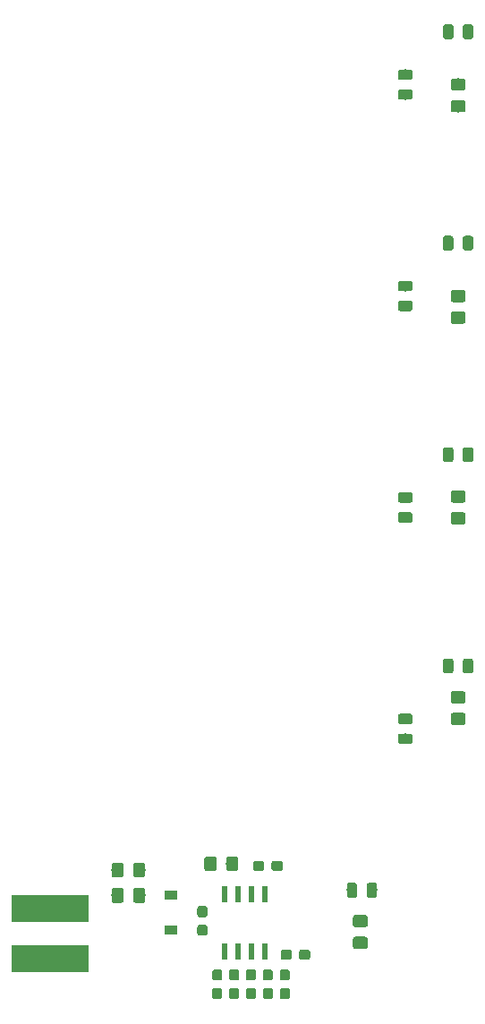
<source format=gtp>
G04 #@! TF.GenerationSoftware,KiCad,Pcbnew,5.1.2-f72e74a~84~ubuntu18.04.1*
G04 #@! TF.CreationDate,2019-05-25T15:58:10+08:00*
G04 #@! TF.ProjectId,power-board-tryout,706f7765-722d-4626-9f61-72642d747279,rev?*
G04 #@! TF.SameCoordinates,Original*
G04 #@! TF.FileFunction,Paste,Top*
G04 #@! TF.FilePolarity,Positive*
%FSLAX46Y46*%
G04 Gerber Fmt 4.6, Leading zero omitted, Abs format (unit mm)*
G04 Created by KiCad (PCBNEW 5.1.2-f72e74a~84~ubuntu18.04.1) date 2019-05-25 15:58:10*
%MOMM*%
%LPD*%
G04 APERTURE LIST*
%ADD10C,0.100000*%
%ADD11C,0.975000*%
%ADD12C,1.150000*%
%ADD13R,0.600000X1.550000*%
%ADD14C,0.950000*%
%ADD15R,7.300000X2.600000*%
%ADD16R,1.200000X0.900000*%
G04 APERTURE END LIST*
D10*
G36*
X95230142Y-135501174D02*
G01*
X95253803Y-135504684D01*
X95277007Y-135510496D01*
X95299529Y-135518554D01*
X95321153Y-135528782D01*
X95341670Y-135541079D01*
X95360883Y-135555329D01*
X95378607Y-135571393D01*
X95394671Y-135589117D01*
X95408921Y-135608330D01*
X95421218Y-135628847D01*
X95431446Y-135650471D01*
X95439504Y-135672993D01*
X95445316Y-135696197D01*
X95448826Y-135719858D01*
X95450000Y-135743750D01*
X95450000Y-136656250D01*
X95448826Y-136680142D01*
X95445316Y-136703803D01*
X95439504Y-136727007D01*
X95431446Y-136749529D01*
X95421218Y-136771153D01*
X95408921Y-136791670D01*
X95394671Y-136810883D01*
X95378607Y-136828607D01*
X95360883Y-136844671D01*
X95341670Y-136858921D01*
X95321153Y-136871218D01*
X95299529Y-136881446D01*
X95277007Y-136889504D01*
X95253803Y-136895316D01*
X95230142Y-136898826D01*
X95206250Y-136900000D01*
X94718750Y-136900000D01*
X94694858Y-136898826D01*
X94671197Y-136895316D01*
X94647993Y-136889504D01*
X94625471Y-136881446D01*
X94603847Y-136871218D01*
X94583330Y-136858921D01*
X94564117Y-136844671D01*
X94546393Y-136828607D01*
X94530329Y-136810883D01*
X94516079Y-136791670D01*
X94503782Y-136771153D01*
X94493554Y-136749529D01*
X94485496Y-136727007D01*
X94479684Y-136703803D01*
X94476174Y-136680142D01*
X94475000Y-136656250D01*
X94475000Y-135743750D01*
X94476174Y-135719858D01*
X94479684Y-135696197D01*
X94485496Y-135672993D01*
X94493554Y-135650471D01*
X94503782Y-135628847D01*
X94516079Y-135608330D01*
X94530329Y-135589117D01*
X94546393Y-135571393D01*
X94564117Y-135555329D01*
X94583330Y-135541079D01*
X94603847Y-135528782D01*
X94625471Y-135518554D01*
X94647993Y-135510496D01*
X94671197Y-135504684D01*
X94694858Y-135501174D01*
X94718750Y-135500000D01*
X95206250Y-135500000D01*
X95230142Y-135501174D01*
X95230142Y-135501174D01*
G37*
D11*
X94962500Y-136200000D03*
D10*
G36*
X97105142Y-135501174D02*
G01*
X97128803Y-135504684D01*
X97152007Y-135510496D01*
X97174529Y-135518554D01*
X97196153Y-135528782D01*
X97216670Y-135541079D01*
X97235883Y-135555329D01*
X97253607Y-135571393D01*
X97269671Y-135589117D01*
X97283921Y-135608330D01*
X97296218Y-135628847D01*
X97306446Y-135650471D01*
X97314504Y-135672993D01*
X97320316Y-135696197D01*
X97323826Y-135719858D01*
X97325000Y-135743750D01*
X97325000Y-136656250D01*
X97323826Y-136680142D01*
X97320316Y-136703803D01*
X97314504Y-136727007D01*
X97306446Y-136749529D01*
X97296218Y-136771153D01*
X97283921Y-136791670D01*
X97269671Y-136810883D01*
X97253607Y-136828607D01*
X97235883Y-136844671D01*
X97216670Y-136858921D01*
X97196153Y-136871218D01*
X97174529Y-136881446D01*
X97152007Y-136889504D01*
X97128803Y-136895316D01*
X97105142Y-136898826D01*
X97081250Y-136900000D01*
X96593750Y-136900000D01*
X96569858Y-136898826D01*
X96546197Y-136895316D01*
X96522993Y-136889504D01*
X96500471Y-136881446D01*
X96478847Y-136871218D01*
X96458330Y-136858921D01*
X96439117Y-136844671D01*
X96421393Y-136828607D01*
X96405329Y-136810883D01*
X96391079Y-136791670D01*
X96378782Y-136771153D01*
X96368554Y-136749529D01*
X96360496Y-136727007D01*
X96354684Y-136703803D01*
X96351174Y-136680142D01*
X96350000Y-136656250D01*
X96350000Y-135743750D01*
X96351174Y-135719858D01*
X96354684Y-135696197D01*
X96360496Y-135672993D01*
X96368554Y-135650471D01*
X96378782Y-135628847D01*
X96391079Y-135608330D01*
X96405329Y-135589117D01*
X96421393Y-135571393D01*
X96439117Y-135555329D01*
X96458330Y-135541079D01*
X96478847Y-135528782D01*
X96500471Y-135518554D01*
X96522993Y-135510496D01*
X96546197Y-135504684D01*
X96569858Y-135501174D01*
X96593750Y-135500000D01*
X97081250Y-135500000D01*
X97105142Y-135501174D01*
X97105142Y-135501174D01*
G37*
D11*
X96837500Y-136200000D03*
D10*
G36*
X106205142Y-114301174D02*
G01*
X106228803Y-114304684D01*
X106252007Y-114310496D01*
X106274529Y-114318554D01*
X106296153Y-114328782D01*
X106316670Y-114341079D01*
X106335883Y-114355329D01*
X106353607Y-114371393D01*
X106369671Y-114389117D01*
X106383921Y-114408330D01*
X106396218Y-114428847D01*
X106406446Y-114450471D01*
X106414504Y-114472993D01*
X106420316Y-114496197D01*
X106423826Y-114519858D01*
X106425000Y-114543750D01*
X106425000Y-115456250D01*
X106423826Y-115480142D01*
X106420316Y-115503803D01*
X106414504Y-115527007D01*
X106406446Y-115549529D01*
X106396218Y-115571153D01*
X106383921Y-115591670D01*
X106369671Y-115610883D01*
X106353607Y-115628607D01*
X106335883Y-115644671D01*
X106316670Y-115658921D01*
X106296153Y-115671218D01*
X106274529Y-115681446D01*
X106252007Y-115689504D01*
X106228803Y-115695316D01*
X106205142Y-115698826D01*
X106181250Y-115700000D01*
X105693750Y-115700000D01*
X105669858Y-115698826D01*
X105646197Y-115695316D01*
X105622993Y-115689504D01*
X105600471Y-115681446D01*
X105578847Y-115671218D01*
X105558330Y-115658921D01*
X105539117Y-115644671D01*
X105521393Y-115628607D01*
X105505329Y-115610883D01*
X105491079Y-115591670D01*
X105478782Y-115571153D01*
X105468554Y-115549529D01*
X105460496Y-115527007D01*
X105454684Y-115503803D01*
X105451174Y-115480142D01*
X105450000Y-115456250D01*
X105450000Y-114543750D01*
X105451174Y-114519858D01*
X105454684Y-114496197D01*
X105460496Y-114472993D01*
X105468554Y-114450471D01*
X105478782Y-114428847D01*
X105491079Y-114408330D01*
X105505329Y-114389117D01*
X105521393Y-114371393D01*
X105539117Y-114355329D01*
X105558330Y-114341079D01*
X105578847Y-114328782D01*
X105600471Y-114318554D01*
X105622993Y-114310496D01*
X105646197Y-114304684D01*
X105669858Y-114301174D01*
X105693750Y-114300000D01*
X106181250Y-114300000D01*
X106205142Y-114301174D01*
X106205142Y-114301174D01*
G37*
D11*
X105937500Y-115000000D03*
D10*
G36*
X104330142Y-114301174D02*
G01*
X104353803Y-114304684D01*
X104377007Y-114310496D01*
X104399529Y-114318554D01*
X104421153Y-114328782D01*
X104441670Y-114341079D01*
X104460883Y-114355329D01*
X104478607Y-114371393D01*
X104494671Y-114389117D01*
X104508921Y-114408330D01*
X104521218Y-114428847D01*
X104531446Y-114450471D01*
X104539504Y-114472993D01*
X104545316Y-114496197D01*
X104548826Y-114519858D01*
X104550000Y-114543750D01*
X104550000Y-115456250D01*
X104548826Y-115480142D01*
X104545316Y-115503803D01*
X104539504Y-115527007D01*
X104531446Y-115549529D01*
X104521218Y-115571153D01*
X104508921Y-115591670D01*
X104494671Y-115610883D01*
X104478607Y-115628607D01*
X104460883Y-115644671D01*
X104441670Y-115658921D01*
X104421153Y-115671218D01*
X104399529Y-115681446D01*
X104377007Y-115689504D01*
X104353803Y-115695316D01*
X104330142Y-115698826D01*
X104306250Y-115700000D01*
X103818750Y-115700000D01*
X103794858Y-115698826D01*
X103771197Y-115695316D01*
X103747993Y-115689504D01*
X103725471Y-115681446D01*
X103703847Y-115671218D01*
X103683330Y-115658921D01*
X103664117Y-115644671D01*
X103646393Y-115628607D01*
X103630329Y-115610883D01*
X103616079Y-115591670D01*
X103603782Y-115571153D01*
X103593554Y-115549529D01*
X103585496Y-115527007D01*
X103579684Y-115503803D01*
X103576174Y-115480142D01*
X103575000Y-115456250D01*
X103575000Y-114543750D01*
X103576174Y-114519858D01*
X103579684Y-114496197D01*
X103585496Y-114472993D01*
X103593554Y-114450471D01*
X103603782Y-114428847D01*
X103616079Y-114408330D01*
X103630329Y-114389117D01*
X103646393Y-114371393D01*
X103664117Y-114355329D01*
X103683330Y-114341079D01*
X103703847Y-114328782D01*
X103725471Y-114318554D01*
X103747993Y-114310496D01*
X103771197Y-114304684D01*
X103794858Y-114301174D01*
X103818750Y-114300000D01*
X104306250Y-114300000D01*
X104330142Y-114301174D01*
X104330142Y-114301174D01*
G37*
D11*
X104062500Y-115000000D03*
D10*
G36*
X106205142Y-94301174D02*
G01*
X106228803Y-94304684D01*
X106252007Y-94310496D01*
X106274529Y-94318554D01*
X106296153Y-94328782D01*
X106316670Y-94341079D01*
X106335883Y-94355329D01*
X106353607Y-94371393D01*
X106369671Y-94389117D01*
X106383921Y-94408330D01*
X106396218Y-94428847D01*
X106406446Y-94450471D01*
X106414504Y-94472993D01*
X106420316Y-94496197D01*
X106423826Y-94519858D01*
X106425000Y-94543750D01*
X106425000Y-95456250D01*
X106423826Y-95480142D01*
X106420316Y-95503803D01*
X106414504Y-95527007D01*
X106406446Y-95549529D01*
X106396218Y-95571153D01*
X106383921Y-95591670D01*
X106369671Y-95610883D01*
X106353607Y-95628607D01*
X106335883Y-95644671D01*
X106316670Y-95658921D01*
X106296153Y-95671218D01*
X106274529Y-95681446D01*
X106252007Y-95689504D01*
X106228803Y-95695316D01*
X106205142Y-95698826D01*
X106181250Y-95700000D01*
X105693750Y-95700000D01*
X105669858Y-95698826D01*
X105646197Y-95695316D01*
X105622993Y-95689504D01*
X105600471Y-95681446D01*
X105578847Y-95671218D01*
X105558330Y-95658921D01*
X105539117Y-95644671D01*
X105521393Y-95628607D01*
X105505329Y-95610883D01*
X105491079Y-95591670D01*
X105478782Y-95571153D01*
X105468554Y-95549529D01*
X105460496Y-95527007D01*
X105454684Y-95503803D01*
X105451174Y-95480142D01*
X105450000Y-95456250D01*
X105450000Y-94543750D01*
X105451174Y-94519858D01*
X105454684Y-94496197D01*
X105460496Y-94472993D01*
X105468554Y-94450471D01*
X105478782Y-94428847D01*
X105491079Y-94408330D01*
X105505329Y-94389117D01*
X105521393Y-94371393D01*
X105539117Y-94355329D01*
X105558330Y-94341079D01*
X105578847Y-94328782D01*
X105600471Y-94318554D01*
X105622993Y-94310496D01*
X105646197Y-94304684D01*
X105669858Y-94301174D01*
X105693750Y-94300000D01*
X106181250Y-94300000D01*
X106205142Y-94301174D01*
X106205142Y-94301174D01*
G37*
D11*
X105937500Y-95000000D03*
D10*
G36*
X104330142Y-94301174D02*
G01*
X104353803Y-94304684D01*
X104377007Y-94310496D01*
X104399529Y-94318554D01*
X104421153Y-94328782D01*
X104441670Y-94341079D01*
X104460883Y-94355329D01*
X104478607Y-94371393D01*
X104494671Y-94389117D01*
X104508921Y-94408330D01*
X104521218Y-94428847D01*
X104531446Y-94450471D01*
X104539504Y-94472993D01*
X104545316Y-94496197D01*
X104548826Y-94519858D01*
X104550000Y-94543750D01*
X104550000Y-95456250D01*
X104548826Y-95480142D01*
X104545316Y-95503803D01*
X104539504Y-95527007D01*
X104531446Y-95549529D01*
X104521218Y-95571153D01*
X104508921Y-95591670D01*
X104494671Y-95610883D01*
X104478607Y-95628607D01*
X104460883Y-95644671D01*
X104441670Y-95658921D01*
X104421153Y-95671218D01*
X104399529Y-95681446D01*
X104377007Y-95689504D01*
X104353803Y-95695316D01*
X104330142Y-95698826D01*
X104306250Y-95700000D01*
X103818750Y-95700000D01*
X103794858Y-95698826D01*
X103771197Y-95695316D01*
X103747993Y-95689504D01*
X103725471Y-95681446D01*
X103703847Y-95671218D01*
X103683330Y-95658921D01*
X103664117Y-95644671D01*
X103646393Y-95628607D01*
X103630329Y-95610883D01*
X103616079Y-95591670D01*
X103603782Y-95571153D01*
X103593554Y-95549529D01*
X103585496Y-95527007D01*
X103579684Y-95503803D01*
X103576174Y-95480142D01*
X103575000Y-95456250D01*
X103575000Y-94543750D01*
X103576174Y-94519858D01*
X103579684Y-94496197D01*
X103585496Y-94472993D01*
X103593554Y-94450471D01*
X103603782Y-94428847D01*
X103616079Y-94408330D01*
X103630329Y-94389117D01*
X103646393Y-94371393D01*
X103664117Y-94355329D01*
X103683330Y-94341079D01*
X103703847Y-94328782D01*
X103725471Y-94318554D01*
X103747993Y-94310496D01*
X103771197Y-94304684D01*
X103794858Y-94301174D01*
X103818750Y-94300000D01*
X104306250Y-94300000D01*
X104330142Y-94301174D01*
X104330142Y-94301174D01*
G37*
D11*
X104062500Y-95000000D03*
D10*
G36*
X106205142Y-74301174D02*
G01*
X106228803Y-74304684D01*
X106252007Y-74310496D01*
X106274529Y-74318554D01*
X106296153Y-74328782D01*
X106316670Y-74341079D01*
X106335883Y-74355329D01*
X106353607Y-74371393D01*
X106369671Y-74389117D01*
X106383921Y-74408330D01*
X106396218Y-74428847D01*
X106406446Y-74450471D01*
X106414504Y-74472993D01*
X106420316Y-74496197D01*
X106423826Y-74519858D01*
X106425000Y-74543750D01*
X106425000Y-75456250D01*
X106423826Y-75480142D01*
X106420316Y-75503803D01*
X106414504Y-75527007D01*
X106406446Y-75549529D01*
X106396218Y-75571153D01*
X106383921Y-75591670D01*
X106369671Y-75610883D01*
X106353607Y-75628607D01*
X106335883Y-75644671D01*
X106316670Y-75658921D01*
X106296153Y-75671218D01*
X106274529Y-75681446D01*
X106252007Y-75689504D01*
X106228803Y-75695316D01*
X106205142Y-75698826D01*
X106181250Y-75700000D01*
X105693750Y-75700000D01*
X105669858Y-75698826D01*
X105646197Y-75695316D01*
X105622993Y-75689504D01*
X105600471Y-75681446D01*
X105578847Y-75671218D01*
X105558330Y-75658921D01*
X105539117Y-75644671D01*
X105521393Y-75628607D01*
X105505329Y-75610883D01*
X105491079Y-75591670D01*
X105478782Y-75571153D01*
X105468554Y-75549529D01*
X105460496Y-75527007D01*
X105454684Y-75503803D01*
X105451174Y-75480142D01*
X105450000Y-75456250D01*
X105450000Y-74543750D01*
X105451174Y-74519858D01*
X105454684Y-74496197D01*
X105460496Y-74472993D01*
X105468554Y-74450471D01*
X105478782Y-74428847D01*
X105491079Y-74408330D01*
X105505329Y-74389117D01*
X105521393Y-74371393D01*
X105539117Y-74355329D01*
X105558330Y-74341079D01*
X105578847Y-74328782D01*
X105600471Y-74318554D01*
X105622993Y-74310496D01*
X105646197Y-74304684D01*
X105669858Y-74301174D01*
X105693750Y-74300000D01*
X106181250Y-74300000D01*
X106205142Y-74301174D01*
X106205142Y-74301174D01*
G37*
D11*
X105937500Y-75000000D03*
D10*
G36*
X104330142Y-74301174D02*
G01*
X104353803Y-74304684D01*
X104377007Y-74310496D01*
X104399529Y-74318554D01*
X104421153Y-74328782D01*
X104441670Y-74341079D01*
X104460883Y-74355329D01*
X104478607Y-74371393D01*
X104494671Y-74389117D01*
X104508921Y-74408330D01*
X104521218Y-74428847D01*
X104531446Y-74450471D01*
X104539504Y-74472993D01*
X104545316Y-74496197D01*
X104548826Y-74519858D01*
X104550000Y-74543750D01*
X104550000Y-75456250D01*
X104548826Y-75480142D01*
X104545316Y-75503803D01*
X104539504Y-75527007D01*
X104531446Y-75549529D01*
X104521218Y-75571153D01*
X104508921Y-75591670D01*
X104494671Y-75610883D01*
X104478607Y-75628607D01*
X104460883Y-75644671D01*
X104441670Y-75658921D01*
X104421153Y-75671218D01*
X104399529Y-75681446D01*
X104377007Y-75689504D01*
X104353803Y-75695316D01*
X104330142Y-75698826D01*
X104306250Y-75700000D01*
X103818750Y-75700000D01*
X103794858Y-75698826D01*
X103771197Y-75695316D01*
X103747993Y-75689504D01*
X103725471Y-75681446D01*
X103703847Y-75671218D01*
X103683330Y-75658921D01*
X103664117Y-75644671D01*
X103646393Y-75628607D01*
X103630329Y-75610883D01*
X103616079Y-75591670D01*
X103603782Y-75571153D01*
X103593554Y-75549529D01*
X103585496Y-75527007D01*
X103579684Y-75503803D01*
X103576174Y-75480142D01*
X103575000Y-75456250D01*
X103575000Y-74543750D01*
X103576174Y-74519858D01*
X103579684Y-74496197D01*
X103585496Y-74472993D01*
X103593554Y-74450471D01*
X103603782Y-74428847D01*
X103616079Y-74408330D01*
X103630329Y-74389117D01*
X103646393Y-74371393D01*
X103664117Y-74355329D01*
X103683330Y-74341079D01*
X103703847Y-74328782D01*
X103725471Y-74318554D01*
X103747993Y-74310496D01*
X103771197Y-74304684D01*
X103794858Y-74301174D01*
X103818750Y-74300000D01*
X104306250Y-74300000D01*
X104330142Y-74301174D01*
X104330142Y-74301174D01*
G37*
D11*
X104062500Y-75000000D03*
D10*
G36*
X106205142Y-54301174D02*
G01*
X106228803Y-54304684D01*
X106252007Y-54310496D01*
X106274529Y-54318554D01*
X106296153Y-54328782D01*
X106316670Y-54341079D01*
X106335883Y-54355329D01*
X106353607Y-54371393D01*
X106369671Y-54389117D01*
X106383921Y-54408330D01*
X106396218Y-54428847D01*
X106406446Y-54450471D01*
X106414504Y-54472993D01*
X106420316Y-54496197D01*
X106423826Y-54519858D01*
X106425000Y-54543750D01*
X106425000Y-55456250D01*
X106423826Y-55480142D01*
X106420316Y-55503803D01*
X106414504Y-55527007D01*
X106406446Y-55549529D01*
X106396218Y-55571153D01*
X106383921Y-55591670D01*
X106369671Y-55610883D01*
X106353607Y-55628607D01*
X106335883Y-55644671D01*
X106316670Y-55658921D01*
X106296153Y-55671218D01*
X106274529Y-55681446D01*
X106252007Y-55689504D01*
X106228803Y-55695316D01*
X106205142Y-55698826D01*
X106181250Y-55700000D01*
X105693750Y-55700000D01*
X105669858Y-55698826D01*
X105646197Y-55695316D01*
X105622993Y-55689504D01*
X105600471Y-55681446D01*
X105578847Y-55671218D01*
X105558330Y-55658921D01*
X105539117Y-55644671D01*
X105521393Y-55628607D01*
X105505329Y-55610883D01*
X105491079Y-55591670D01*
X105478782Y-55571153D01*
X105468554Y-55549529D01*
X105460496Y-55527007D01*
X105454684Y-55503803D01*
X105451174Y-55480142D01*
X105450000Y-55456250D01*
X105450000Y-54543750D01*
X105451174Y-54519858D01*
X105454684Y-54496197D01*
X105460496Y-54472993D01*
X105468554Y-54450471D01*
X105478782Y-54428847D01*
X105491079Y-54408330D01*
X105505329Y-54389117D01*
X105521393Y-54371393D01*
X105539117Y-54355329D01*
X105558330Y-54341079D01*
X105578847Y-54328782D01*
X105600471Y-54318554D01*
X105622993Y-54310496D01*
X105646197Y-54304684D01*
X105669858Y-54301174D01*
X105693750Y-54300000D01*
X106181250Y-54300000D01*
X106205142Y-54301174D01*
X106205142Y-54301174D01*
G37*
D11*
X105937500Y-55000000D03*
D10*
G36*
X104330142Y-54301174D02*
G01*
X104353803Y-54304684D01*
X104377007Y-54310496D01*
X104399529Y-54318554D01*
X104421153Y-54328782D01*
X104441670Y-54341079D01*
X104460883Y-54355329D01*
X104478607Y-54371393D01*
X104494671Y-54389117D01*
X104508921Y-54408330D01*
X104521218Y-54428847D01*
X104531446Y-54450471D01*
X104539504Y-54472993D01*
X104545316Y-54496197D01*
X104548826Y-54519858D01*
X104550000Y-54543750D01*
X104550000Y-55456250D01*
X104548826Y-55480142D01*
X104545316Y-55503803D01*
X104539504Y-55527007D01*
X104531446Y-55549529D01*
X104521218Y-55571153D01*
X104508921Y-55591670D01*
X104494671Y-55610883D01*
X104478607Y-55628607D01*
X104460883Y-55644671D01*
X104441670Y-55658921D01*
X104421153Y-55671218D01*
X104399529Y-55681446D01*
X104377007Y-55689504D01*
X104353803Y-55695316D01*
X104330142Y-55698826D01*
X104306250Y-55700000D01*
X103818750Y-55700000D01*
X103794858Y-55698826D01*
X103771197Y-55695316D01*
X103747993Y-55689504D01*
X103725471Y-55681446D01*
X103703847Y-55671218D01*
X103683330Y-55658921D01*
X103664117Y-55644671D01*
X103646393Y-55628607D01*
X103630329Y-55610883D01*
X103616079Y-55591670D01*
X103603782Y-55571153D01*
X103593554Y-55549529D01*
X103585496Y-55527007D01*
X103579684Y-55503803D01*
X103576174Y-55480142D01*
X103575000Y-55456250D01*
X103575000Y-54543750D01*
X103576174Y-54519858D01*
X103579684Y-54496197D01*
X103585496Y-54472993D01*
X103593554Y-54450471D01*
X103603782Y-54428847D01*
X103616079Y-54408330D01*
X103630329Y-54389117D01*
X103646393Y-54371393D01*
X103664117Y-54355329D01*
X103683330Y-54341079D01*
X103703847Y-54328782D01*
X103725471Y-54318554D01*
X103747993Y-54310496D01*
X103771197Y-54304684D01*
X103794858Y-54301174D01*
X103818750Y-54300000D01*
X104306250Y-54300000D01*
X104330142Y-54301174D01*
X104330142Y-54301174D01*
G37*
D11*
X104062500Y-55000000D03*
D10*
G36*
X96224505Y-140601204D02*
G01*
X96248773Y-140604804D01*
X96272572Y-140610765D01*
X96295671Y-140619030D01*
X96317850Y-140629520D01*
X96338893Y-140642132D01*
X96358599Y-140656747D01*
X96376777Y-140673223D01*
X96393253Y-140691401D01*
X96407868Y-140711107D01*
X96420480Y-140732150D01*
X96430970Y-140754329D01*
X96439235Y-140777428D01*
X96445196Y-140801227D01*
X96448796Y-140825495D01*
X96450000Y-140849999D01*
X96450000Y-141500001D01*
X96448796Y-141524505D01*
X96445196Y-141548773D01*
X96439235Y-141572572D01*
X96430970Y-141595671D01*
X96420480Y-141617850D01*
X96407868Y-141638893D01*
X96393253Y-141658599D01*
X96376777Y-141676777D01*
X96358599Y-141693253D01*
X96338893Y-141707868D01*
X96317850Y-141720480D01*
X96295671Y-141730970D01*
X96272572Y-141739235D01*
X96248773Y-141745196D01*
X96224505Y-141748796D01*
X96200001Y-141750000D01*
X95299999Y-141750000D01*
X95275495Y-141748796D01*
X95251227Y-141745196D01*
X95227428Y-141739235D01*
X95204329Y-141730970D01*
X95182150Y-141720480D01*
X95161107Y-141707868D01*
X95141401Y-141693253D01*
X95123223Y-141676777D01*
X95106747Y-141658599D01*
X95092132Y-141638893D01*
X95079520Y-141617850D01*
X95069030Y-141595671D01*
X95060765Y-141572572D01*
X95054804Y-141548773D01*
X95051204Y-141524505D01*
X95050000Y-141500001D01*
X95050000Y-140849999D01*
X95051204Y-140825495D01*
X95054804Y-140801227D01*
X95060765Y-140777428D01*
X95069030Y-140754329D01*
X95079520Y-140732150D01*
X95092132Y-140711107D01*
X95106747Y-140691401D01*
X95123223Y-140673223D01*
X95141401Y-140656747D01*
X95161107Y-140642132D01*
X95182150Y-140629520D01*
X95204329Y-140619030D01*
X95227428Y-140610765D01*
X95251227Y-140604804D01*
X95275495Y-140601204D01*
X95299999Y-140600000D01*
X96200001Y-140600000D01*
X96224505Y-140601204D01*
X96224505Y-140601204D01*
G37*
D12*
X95750000Y-141175000D03*
D10*
G36*
X96224505Y-138551204D02*
G01*
X96248773Y-138554804D01*
X96272572Y-138560765D01*
X96295671Y-138569030D01*
X96317850Y-138579520D01*
X96338893Y-138592132D01*
X96358599Y-138606747D01*
X96376777Y-138623223D01*
X96393253Y-138641401D01*
X96407868Y-138661107D01*
X96420480Y-138682150D01*
X96430970Y-138704329D01*
X96439235Y-138727428D01*
X96445196Y-138751227D01*
X96448796Y-138775495D01*
X96450000Y-138799999D01*
X96450000Y-139450001D01*
X96448796Y-139474505D01*
X96445196Y-139498773D01*
X96439235Y-139522572D01*
X96430970Y-139545671D01*
X96420480Y-139567850D01*
X96407868Y-139588893D01*
X96393253Y-139608599D01*
X96376777Y-139626777D01*
X96358599Y-139643253D01*
X96338893Y-139657868D01*
X96317850Y-139670480D01*
X96295671Y-139680970D01*
X96272572Y-139689235D01*
X96248773Y-139695196D01*
X96224505Y-139698796D01*
X96200001Y-139700000D01*
X95299999Y-139700000D01*
X95275495Y-139698796D01*
X95251227Y-139695196D01*
X95227428Y-139689235D01*
X95204329Y-139680970D01*
X95182150Y-139670480D01*
X95161107Y-139657868D01*
X95141401Y-139643253D01*
X95123223Y-139626777D01*
X95106747Y-139608599D01*
X95092132Y-139588893D01*
X95079520Y-139567850D01*
X95069030Y-139545671D01*
X95060765Y-139522572D01*
X95054804Y-139498773D01*
X95051204Y-139474505D01*
X95050000Y-139450001D01*
X95050000Y-138799999D01*
X95051204Y-138775495D01*
X95054804Y-138751227D01*
X95060765Y-138727428D01*
X95069030Y-138704329D01*
X95079520Y-138682150D01*
X95092132Y-138661107D01*
X95106747Y-138641401D01*
X95123223Y-138623223D01*
X95141401Y-138606747D01*
X95161107Y-138592132D01*
X95182150Y-138579520D01*
X95204329Y-138569030D01*
X95227428Y-138560765D01*
X95251227Y-138554804D01*
X95275495Y-138551204D01*
X95299999Y-138550000D01*
X96200001Y-138550000D01*
X96224505Y-138551204D01*
X96224505Y-138551204D01*
G37*
D12*
X95750000Y-139125000D03*
D13*
X82894999Y-136600000D03*
X84164999Y-136600000D03*
X85434999Y-136600000D03*
X86704999Y-136600000D03*
X86704999Y-142000000D03*
X85434999Y-142000000D03*
X84164999Y-142000000D03*
X82894999Y-142000000D03*
D10*
G36*
X85660779Y-145451144D02*
G01*
X85683834Y-145454563D01*
X85706443Y-145460227D01*
X85728387Y-145468079D01*
X85749457Y-145478044D01*
X85769448Y-145490026D01*
X85788168Y-145503910D01*
X85805438Y-145519562D01*
X85821090Y-145536832D01*
X85834974Y-145555552D01*
X85846956Y-145575543D01*
X85856921Y-145596613D01*
X85864773Y-145618557D01*
X85870437Y-145641166D01*
X85873856Y-145664221D01*
X85875000Y-145687500D01*
X85875000Y-146262500D01*
X85873856Y-146285779D01*
X85870437Y-146308834D01*
X85864773Y-146331443D01*
X85856921Y-146353387D01*
X85846956Y-146374457D01*
X85834974Y-146394448D01*
X85821090Y-146413168D01*
X85805438Y-146430438D01*
X85788168Y-146446090D01*
X85769448Y-146459974D01*
X85749457Y-146471956D01*
X85728387Y-146481921D01*
X85706443Y-146489773D01*
X85683834Y-146495437D01*
X85660779Y-146498856D01*
X85637500Y-146500000D01*
X85162500Y-146500000D01*
X85139221Y-146498856D01*
X85116166Y-146495437D01*
X85093557Y-146489773D01*
X85071613Y-146481921D01*
X85050543Y-146471956D01*
X85030552Y-146459974D01*
X85011832Y-146446090D01*
X84994562Y-146430438D01*
X84978910Y-146413168D01*
X84965026Y-146394448D01*
X84953044Y-146374457D01*
X84943079Y-146353387D01*
X84935227Y-146331443D01*
X84929563Y-146308834D01*
X84926144Y-146285779D01*
X84925000Y-146262500D01*
X84925000Y-145687500D01*
X84926144Y-145664221D01*
X84929563Y-145641166D01*
X84935227Y-145618557D01*
X84943079Y-145596613D01*
X84953044Y-145575543D01*
X84965026Y-145555552D01*
X84978910Y-145536832D01*
X84994562Y-145519562D01*
X85011832Y-145503910D01*
X85030552Y-145490026D01*
X85050543Y-145478044D01*
X85071613Y-145468079D01*
X85093557Y-145460227D01*
X85116166Y-145454563D01*
X85139221Y-145451144D01*
X85162500Y-145450000D01*
X85637500Y-145450000D01*
X85660779Y-145451144D01*
X85660779Y-145451144D01*
G37*
D14*
X85400000Y-145975000D03*
D10*
G36*
X85660779Y-143701144D02*
G01*
X85683834Y-143704563D01*
X85706443Y-143710227D01*
X85728387Y-143718079D01*
X85749457Y-143728044D01*
X85769448Y-143740026D01*
X85788168Y-143753910D01*
X85805438Y-143769562D01*
X85821090Y-143786832D01*
X85834974Y-143805552D01*
X85846956Y-143825543D01*
X85856921Y-143846613D01*
X85864773Y-143868557D01*
X85870437Y-143891166D01*
X85873856Y-143914221D01*
X85875000Y-143937500D01*
X85875000Y-144512500D01*
X85873856Y-144535779D01*
X85870437Y-144558834D01*
X85864773Y-144581443D01*
X85856921Y-144603387D01*
X85846956Y-144624457D01*
X85834974Y-144644448D01*
X85821090Y-144663168D01*
X85805438Y-144680438D01*
X85788168Y-144696090D01*
X85769448Y-144709974D01*
X85749457Y-144721956D01*
X85728387Y-144731921D01*
X85706443Y-144739773D01*
X85683834Y-144745437D01*
X85660779Y-144748856D01*
X85637500Y-144750000D01*
X85162500Y-144750000D01*
X85139221Y-144748856D01*
X85116166Y-144745437D01*
X85093557Y-144739773D01*
X85071613Y-144731921D01*
X85050543Y-144721956D01*
X85030552Y-144709974D01*
X85011832Y-144696090D01*
X84994562Y-144680438D01*
X84978910Y-144663168D01*
X84965026Y-144644448D01*
X84953044Y-144624457D01*
X84943079Y-144603387D01*
X84935227Y-144581443D01*
X84929563Y-144558834D01*
X84926144Y-144535779D01*
X84925000Y-144512500D01*
X84925000Y-143937500D01*
X84926144Y-143914221D01*
X84929563Y-143891166D01*
X84935227Y-143868557D01*
X84943079Y-143846613D01*
X84953044Y-143825543D01*
X84965026Y-143805552D01*
X84978910Y-143786832D01*
X84994562Y-143769562D01*
X85011832Y-143753910D01*
X85030552Y-143740026D01*
X85050543Y-143728044D01*
X85071613Y-143718079D01*
X85093557Y-143710227D01*
X85116166Y-143704563D01*
X85139221Y-143701144D01*
X85162500Y-143700000D01*
X85637500Y-143700000D01*
X85660779Y-143701144D01*
X85660779Y-143701144D01*
G37*
D14*
X85400000Y-144225000D03*
D10*
G36*
X88860779Y-145451144D02*
G01*
X88883834Y-145454563D01*
X88906443Y-145460227D01*
X88928387Y-145468079D01*
X88949457Y-145478044D01*
X88969448Y-145490026D01*
X88988168Y-145503910D01*
X89005438Y-145519562D01*
X89021090Y-145536832D01*
X89034974Y-145555552D01*
X89046956Y-145575543D01*
X89056921Y-145596613D01*
X89064773Y-145618557D01*
X89070437Y-145641166D01*
X89073856Y-145664221D01*
X89075000Y-145687500D01*
X89075000Y-146262500D01*
X89073856Y-146285779D01*
X89070437Y-146308834D01*
X89064773Y-146331443D01*
X89056921Y-146353387D01*
X89046956Y-146374457D01*
X89034974Y-146394448D01*
X89021090Y-146413168D01*
X89005438Y-146430438D01*
X88988168Y-146446090D01*
X88969448Y-146459974D01*
X88949457Y-146471956D01*
X88928387Y-146481921D01*
X88906443Y-146489773D01*
X88883834Y-146495437D01*
X88860779Y-146498856D01*
X88837500Y-146500000D01*
X88362500Y-146500000D01*
X88339221Y-146498856D01*
X88316166Y-146495437D01*
X88293557Y-146489773D01*
X88271613Y-146481921D01*
X88250543Y-146471956D01*
X88230552Y-146459974D01*
X88211832Y-146446090D01*
X88194562Y-146430438D01*
X88178910Y-146413168D01*
X88165026Y-146394448D01*
X88153044Y-146374457D01*
X88143079Y-146353387D01*
X88135227Y-146331443D01*
X88129563Y-146308834D01*
X88126144Y-146285779D01*
X88125000Y-146262500D01*
X88125000Y-145687500D01*
X88126144Y-145664221D01*
X88129563Y-145641166D01*
X88135227Y-145618557D01*
X88143079Y-145596613D01*
X88153044Y-145575543D01*
X88165026Y-145555552D01*
X88178910Y-145536832D01*
X88194562Y-145519562D01*
X88211832Y-145503910D01*
X88230552Y-145490026D01*
X88250543Y-145478044D01*
X88271613Y-145468079D01*
X88293557Y-145460227D01*
X88316166Y-145454563D01*
X88339221Y-145451144D01*
X88362500Y-145450000D01*
X88837500Y-145450000D01*
X88860779Y-145451144D01*
X88860779Y-145451144D01*
G37*
D14*
X88600000Y-145975000D03*
D10*
G36*
X88860779Y-143701144D02*
G01*
X88883834Y-143704563D01*
X88906443Y-143710227D01*
X88928387Y-143718079D01*
X88949457Y-143728044D01*
X88969448Y-143740026D01*
X88988168Y-143753910D01*
X89005438Y-143769562D01*
X89021090Y-143786832D01*
X89034974Y-143805552D01*
X89046956Y-143825543D01*
X89056921Y-143846613D01*
X89064773Y-143868557D01*
X89070437Y-143891166D01*
X89073856Y-143914221D01*
X89075000Y-143937500D01*
X89075000Y-144512500D01*
X89073856Y-144535779D01*
X89070437Y-144558834D01*
X89064773Y-144581443D01*
X89056921Y-144603387D01*
X89046956Y-144624457D01*
X89034974Y-144644448D01*
X89021090Y-144663168D01*
X89005438Y-144680438D01*
X88988168Y-144696090D01*
X88969448Y-144709974D01*
X88949457Y-144721956D01*
X88928387Y-144731921D01*
X88906443Y-144739773D01*
X88883834Y-144745437D01*
X88860779Y-144748856D01*
X88837500Y-144750000D01*
X88362500Y-144750000D01*
X88339221Y-144748856D01*
X88316166Y-144745437D01*
X88293557Y-144739773D01*
X88271613Y-144731921D01*
X88250543Y-144721956D01*
X88230552Y-144709974D01*
X88211832Y-144696090D01*
X88194562Y-144680438D01*
X88178910Y-144663168D01*
X88165026Y-144644448D01*
X88153044Y-144624457D01*
X88143079Y-144603387D01*
X88135227Y-144581443D01*
X88129563Y-144558834D01*
X88126144Y-144535779D01*
X88125000Y-144512500D01*
X88125000Y-143937500D01*
X88126144Y-143914221D01*
X88129563Y-143891166D01*
X88135227Y-143868557D01*
X88143079Y-143846613D01*
X88153044Y-143825543D01*
X88165026Y-143805552D01*
X88178910Y-143786832D01*
X88194562Y-143769562D01*
X88211832Y-143753910D01*
X88230552Y-143740026D01*
X88250543Y-143728044D01*
X88271613Y-143718079D01*
X88293557Y-143710227D01*
X88316166Y-143704563D01*
X88339221Y-143701144D01*
X88362500Y-143700000D01*
X88837500Y-143700000D01*
X88860779Y-143701144D01*
X88860779Y-143701144D01*
G37*
D14*
X88600000Y-144225000D03*
D10*
G36*
X88185779Y-133426144D02*
G01*
X88208834Y-133429563D01*
X88231443Y-133435227D01*
X88253387Y-133443079D01*
X88274457Y-133453044D01*
X88294448Y-133465026D01*
X88313168Y-133478910D01*
X88330438Y-133494562D01*
X88346090Y-133511832D01*
X88359974Y-133530552D01*
X88371956Y-133550543D01*
X88381921Y-133571613D01*
X88389773Y-133593557D01*
X88395437Y-133616166D01*
X88398856Y-133639221D01*
X88400000Y-133662500D01*
X88400000Y-134137500D01*
X88398856Y-134160779D01*
X88395437Y-134183834D01*
X88389773Y-134206443D01*
X88381921Y-134228387D01*
X88371956Y-134249457D01*
X88359974Y-134269448D01*
X88346090Y-134288168D01*
X88330438Y-134305438D01*
X88313168Y-134321090D01*
X88294448Y-134334974D01*
X88274457Y-134346956D01*
X88253387Y-134356921D01*
X88231443Y-134364773D01*
X88208834Y-134370437D01*
X88185779Y-134373856D01*
X88162500Y-134375000D01*
X87587500Y-134375000D01*
X87564221Y-134373856D01*
X87541166Y-134370437D01*
X87518557Y-134364773D01*
X87496613Y-134356921D01*
X87475543Y-134346956D01*
X87455552Y-134334974D01*
X87436832Y-134321090D01*
X87419562Y-134305438D01*
X87403910Y-134288168D01*
X87390026Y-134269448D01*
X87378044Y-134249457D01*
X87368079Y-134228387D01*
X87360227Y-134206443D01*
X87354563Y-134183834D01*
X87351144Y-134160779D01*
X87350000Y-134137500D01*
X87350000Y-133662500D01*
X87351144Y-133639221D01*
X87354563Y-133616166D01*
X87360227Y-133593557D01*
X87368079Y-133571613D01*
X87378044Y-133550543D01*
X87390026Y-133530552D01*
X87403910Y-133511832D01*
X87419562Y-133494562D01*
X87436832Y-133478910D01*
X87455552Y-133465026D01*
X87475543Y-133453044D01*
X87496613Y-133443079D01*
X87518557Y-133435227D01*
X87541166Y-133429563D01*
X87564221Y-133426144D01*
X87587500Y-133425000D01*
X88162500Y-133425000D01*
X88185779Y-133426144D01*
X88185779Y-133426144D01*
G37*
D14*
X87875000Y-133900000D03*
D10*
G36*
X86435779Y-133426144D02*
G01*
X86458834Y-133429563D01*
X86481443Y-133435227D01*
X86503387Y-133443079D01*
X86524457Y-133453044D01*
X86544448Y-133465026D01*
X86563168Y-133478910D01*
X86580438Y-133494562D01*
X86596090Y-133511832D01*
X86609974Y-133530552D01*
X86621956Y-133550543D01*
X86631921Y-133571613D01*
X86639773Y-133593557D01*
X86645437Y-133616166D01*
X86648856Y-133639221D01*
X86650000Y-133662500D01*
X86650000Y-134137500D01*
X86648856Y-134160779D01*
X86645437Y-134183834D01*
X86639773Y-134206443D01*
X86631921Y-134228387D01*
X86621956Y-134249457D01*
X86609974Y-134269448D01*
X86596090Y-134288168D01*
X86580438Y-134305438D01*
X86563168Y-134321090D01*
X86544448Y-134334974D01*
X86524457Y-134346956D01*
X86503387Y-134356921D01*
X86481443Y-134364773D01*
X86458834Y-134370437D01*
X86435779Y-134373856D01*
X86412500Y-134375000D01*
X85837500Y-134375000D01*
X85814221Y-134373856D01*
X85791166Y-134370437D01*
X85768557Y-134364773D01*
X85746613Y-134356921D01*
X85725543Y-134346956D01*
X85705552Y-134334974D01*
X85686832Y-134321090D01*
X85669562Y-134305438D01*
X85653910Y-134288168D01*
X85640026Y-134269448D01*
X85628044Y-134249457D01*
X85618079Y-134228387D01*
X85610227Y-134206443D01*
X85604563Y-134183834D01*
X85601144Y-134160779D01*
X85600000Y-134137500D01*
X85600000Y-133662500D01*
X85601144Y-133639221D01*
X85604563Y-133616166D01*
X85610227Y-133593557D01*
X85618079Y-133571613D01*
X85628044Y-133550543D01*
X85640026Y-133530552D01*
X85653910Y-133511832D01*
X85669562Y-133494562D01*
X85686832Y-133478910D01*
X85705552Y-133465026D01*
X85725543Y-133453044D01*
X85746613Y-133443079D01*
X85768557Y-133435227D01*
X85791166Y-133429563D01*
X85814221Y-133426144D01*
X85837500Y-133425000D01*
X86412500Y-133425000D01*
X86435779Y-133426144D01*
X86435779Y-133426144D01*
G37*
D14*
X86125000Y-133900000D03*
D10*
G36*
X84060779Y-145451144D02*
G01*
X84083834Y-145454563D01*
X84106443Y-145460227D01*
X84128387Y-145468079D01*
X84149457Y-145478044D01*
X84169448Y-145490026D01*
X84188168Y-145503910D01*
X84205438Y-145519562D01*
X84221090Y-145536832D01*
X84234974Y-145555552D01*
X84246956Y-145575543D01*
X84256921Y-145596613D01*
X84264773Y-145618557D01*
X84270437Y-145641166D01*
X84273856Y-145664221D01*
X84275000Y-145687500D01*
X84275000Y-146262500D01*
X84273856Y-146285779D01*
X84270437Y-146308834D01*
X84264773Y-146331443D01*
X84256921Y-146353387D01*
X84246956Y-146374457D01*
X84234974Y-146394448D01*
X84221090Y-146413168D01*
X84205438Y-146430438D01*
X84188168Y-146446090D01*
X84169448Y-146459974D01*
X84149457Y-146471956D01*
X84128387Y-146481921D01*
X84106443Y-146489773D01*
X84083834Y-146495437D01*
X84060779Y-146498856D01*
X84037500Y-146500000D01*
X83562500Y-146500000D01*
X83539221Y-146498856D01*
X83516166Y-146495437D01*
X83493557Y-146489773D01*
X83471613Y-146481921D01*
X83450543Y-146471956D01*
X83430552Y-146459974D01*
X83411832Y-146446090D01*
X83394562Y-146430438D01*
X83378910Y-146413168D01*
X83365026Y-146394448D01*
X83353044Y-146374457D01*
X83343079Y-146353387D01*
X83335227Y-146331443D01*
X83329563Y-146308834D01*
X83326144Y-146285779D01*
X83325000Y-146262500D01*
X83325000Y-145687500D01*
X83326144Y-145664221D01*
X83329563Y-145641166D01*
X83335227Y-145618557D01*
X83343079Y-145596613D01*
X83353044Y-145575543D01*
X83365026Y-145555552D01*
X83378910Y-145536832D01*
X83394562Y-145519562D01*
X83411832Y-145503910D01*
X83430552Y-145490026D01*
X83450543Y-145478044D01*
X83471613Y-145468079D01*
X83493557Y-145460227D01*
X83516166Y-145454563D01*
X83539221Y-145451144D01*
X83562500Y-145450000D01*
X84037500Y-145450000D01*
X84060779Y-145451144D01*
X84060779Y-145451144D01*
G37*
D14*
X83800000Y-145975000D03*
D10*
G36*
X84060779Y-143701144D02*
G01*
X84083834Y-143704563D01*
X84106443Y-143710227D01*
X84128387Y-143718079D01*
X84149457Y-143728044D01*
X84169448Y-143740026D01*
X84188168Y-143753910D01*
X84205438Y-143769562D01*
X84221090Y-143786832D01*
X84234974Y-143805552D01*
X84246956Y-143825543D01*
X84256921Y-143846613D01*
X84264773Y-143868557D01*
X84270437Y-143891166D01*
X84273856Y-143914221D01*
X84275000Y-143937500D01*
X84275000Y-144512500D01*
X84273856Y-144535779D01*
X84270437Y-144558834D01*
X84264773Y-144581443D01*
X84256921Y-144603387D01*
X84246956Y-144624457D01*
X84234974Y-144644448D01*
X84221090Y-144663168D01*
X84205438Y-144680438D01*
X84188168Y-144696090D01*
X84169448Y-144709974D01*
X84149457Y-144721956D01*
X84128387Y-144731921D01*
X84106443Y-144739773D01*
X84083834Y-144745437D01*
X84060779Y-144748856D01*
X84037500Y-144750000D01*
X83562500Y-144750000D01*
X83539221Y-144748856D01*
X83516166Y-144745437D01*
X83493557Y-144739773D01*
X83471613Y-144731921D01*
X83450543Y-144721956D01*
X83430552Y-144709974D01*
X83411832Y-144696090D01*
X83394562Y-144680438D01*
X83378910Y-144663168D01*
X83365026Y-144644448D01*
X83353044Y-144624457D01*
X83343079Y-144603387D01*
X83335227Y-144581443D01*
X83329563Y-144558834D01*
X83326144Y-144535779D01*
X83325000Y-144512500D01*
X83325000Y-143937500D01*
X83326144Y-143914221D01*
X83329563Y-143891166D01*
X83335227Y-143868557D01*
X83343079Y-143846613D01*
X83353044Y-143825543D01*
X83365026Y-143805552D01*
X83378910Y-143786832D01*
X83394562Y-143769562D01*
X83411832Y-143753910D01*
X83430552Y-143740026D01*
X83450543Y-143728044D01*
X83471613Y-143718079D01*
X83493557Y-143710227D01*
X83516166Y-143704563D01*
X83539221Y-143701144D01*
X83562500Y-143700000D01*
X84037500Y-143700000D01*
X84060779Y-143701144D01*
X84060779Y-143701144D01*
G37*
D14*
X83800000Y-144225000D03*
D10*
G36*
X89035779Y-141826143D02*
G01*
X89058834Y-141829562D01*
X89081443Y-141835226D01*
X89103387Y-141843078D01*
X89124457Y-141853043D01*
X89144448Y-141865025D01*
X89163168Y-141878909D01*
X89180438Y-141894561D01*
X89196090Y-141911831D01*
X89209974Y-141930551D01*
X89221956Y-141950542D01*
X89231921Y-141971612D01*
X89239773Y-141993556D01*
X89245437Y-142016165D01*
X89248856Y-142039220D01*
X89250000Y-142062499D01*
X89250000Y-142537499D01*
X89248856Y-142560778D01*
X89245437Y-142583833D01*
X89239773Y-142606442D01*
X89231921Y-142628386D01*
X89221956Y-142649456D01*
X89209974Y-142669447D01*
X89196090Y-142688167D01*
X89180438Y-142705437D01*
X89163168Y-142721089D01*
X89144448Y-142734973D01*
X89124457Y-142746955D01*
X89103387Y-142756920D01*
X89081443Y-142764772D01*
X89058834Y-142770436D01*
X89035779Y-142773855D01*
X89012500Y-142774999D01*
X88437500Y-142774999D01*
X88414221Y-142773855D01*
X88391166Y-142770436D01*
X88368557Y-142764772D01*
X88346613Y-142756920D01*
X88325543Y-142746955D01*
X88305552Y-142734973D01*
X88286832Y-142721089D01*
X88269562Y-142705437D01*
X88253910Y-142688167D01*
X88240026Y-142669447D01*
X88228044Y-142649456D01*
X88218079Y-142628386D01*
X88210227Y-142606442D01*
X88204563Y-142583833D01*
X88201144Y-142560778D01*
X88200000Y-142537499D01*
X88200000Y-142062499D01*
X88201144Y-142039220D01*
X88204563Y-142016165D01*
X88210227Y-141993556D01*
X88218079Y-141971612D01*
X88228044Y-141950542D01*
X88240026Y-141930551D01*
X88253910Y-141911831D01*
X88269562Y-141894561D01*
X88286832Y-141878909D01*
X88305552Y-141865025D01*
X88325543Y-141853043D01*
X88346613Y-141843078D01*
X88368557Y-141835226D01*
X88391166Y-141829562D01*
X88414221Y-141826143D01*
X88437500Y-141824999D01*
X89012500Y-141824999D01*
X89035779Y-141826143D01*
X89035779Y-141826143D01*
G37*
D14*
X88725000Y-142299999D03*
D10*
G36*
X90785779Y-141826143D02*
G01*
X90808834Y-141829562D01*
X90831443Y-141835226D01*
X90853387Y-141843078D01*
X90874457Y-141853043D01*
X90894448Y-141865025D01*
X90913168Y-141878909D01*
X90930438Y-141894561D01*
X90946090Y-141911831D01*
X90959974Y-141930551D01*
X90971956Y-141950542D01*
X90981921Y-141971612D01*
X90989773Y-141993556D01*
X90995437Y-142016165D01*
X90998856Y-142039220D01*
X91000000Y-142062499D01*
X91000000Y-142537499D01*
X90998856Y-142560778D01*
X90995437Y-142583833D01*
X90989773Y-142606442D01*
X90981921Y-142628386D01*
X90971956Y-142649456D01*
X90959974Y-142669447D01*
X90946090Y-142688167D01*
X90930438Y-142705437D01*
X90913168Y-142721089D01*
X90894448Y-142734973D01*
X90874457Y-142746955D01*
X90853387Y-142756920D01*
X90831443Y-142764772D01*
X90808834Y-142770436D01*
X90785779Y-142773855D01*
X90762500Y-142774999D01*
X90187500Y-142774999D01*
X90164221Y-142773855D01*
X90141166Y-142770436D01*
X90118557Y-142764772D01*
X90096613Y-142756920D01*
X90075543Y-142746955D01*
X90055552Y-142734973D01*
X90036832Y-142721089D01*
X90019562Y-142705437D01*
X90003910Y-142688167D01*
X89990026Y-142669447D01*
X89978044Y-142649456D01*
X89968079Y-142628386D01*
X89960227Y-142606442D01*
X89954563Y-142583833D01*
X89951144Y-142560778D01*
X89950000Y-142537499D01*
X89950000Y-142062499D01*
X89951144Y-142039220D01*
X89954563Y-142016165D01*
X89960227Y-141993556D01*
X89968079Y-141971612D01*
X89978044Y-141950542D01*
X89990026Y-141930551D01*
X90003910Y-141911831D01*
X90019562Y-141894561D01*
X90036832Y-141878909D01*
X90055552Y-141865025D01*
X90075543Y-141853043D01*
X90096613Y-141843078D01*
X90118557Y-141835226D01*
X90141166Y-141829562D01*
X90164221Y-141826143D01*
X90187500Y-141824999D01*
X90762500Y-141824999D01*
X90785779Y-141826143D01*
X90785779Y-141826143D01*
G37*
D14*
X90475000Y-142299999D03*
D10*
G36*
X82460779Y-145451144D02*
G01*
X82483834Y-145454563D01*
X82506443Y-145460227D01*
X82528387Y-145468079D01*
X82549457Y-145478044D01*
X82569448Y-145490026D01*
X82588168Y-145503910D01*
X82605438Y-145519562D01*
X82621090Y-145536832D01*
X82634974Y-145555552D01*
X82646956Y-145575543D01*
X82656921Y-145596613D01*
X82664773Y-145618557D01*
X82670437Y-145641166D01*
X82673856Y-145664221D01*
X82675000Y-145687500D01*
X82675000Y-146262500D01*
X82673856Y-146285779D01*
X82670437Y-146308834D01*
X82664773Y-146331443D01*
X82656921Y-146353387D01*
X82646956Y-146374457D01*
X82634974Y-146394448D01*
X82621090Y-146413168D01*
X82605438Y-146430438D01*
X82588168Y-146446090D01*
X82569448Y-146459974D01*
X82549457Y-146471956D01*
X82528387Y-146481921D01*
X82506443Y-146489773D01*
X82483834Y-146495437D01*
X82460779Y-146498856D01*
X82437500Y-146500000D01*
X81962500Y-146500000D01*
X81939221Y-146498856D01*
X81916166Y-146495437D01*
X81893557Y-146489773D01*
X81871613Y-146481921D01*
X81850543Y-146471956D01*
X81830552Y-146459974D01*
X81811832Y-146446090D01*
X81794562Y-146430438D01*
X81778910Y-146413168D01*
X81765026Y-146394448D01*
X81753044Y-146374457D01*
X81743079Y-146353387D01*
X81735227Y-146331443D01*
X81729563Y-146308834D01*
X81726144Y-146285779D01*
X81725000Y-146262500D01*
X81725000Y-145687500D01*
X81726144Y-145664221D01*
X81729563Y-145641166D01*
X81735227Y-145618557D01*
X81743079Y-145596613D01*
X81753044Y-145575543D01*
X81765026Y-145555552D01*
X81778910Y-145536832D01*
X81794562Y-145519562D01*
X81811832Y-145503910D01*
X81830552Y-145490026D01*
X81850543Y-145478044D01*
X81871613Y-145468079D01*
X81893557Y-145460227D01*
X81916166Y-145454563D01*
X81939221Y-145451144D01*
X81962500Y-145450000D01*
X82437500Y-145450000D01*
X82460779Y-145451144D01*
X82460779Y-145451144D01*
G37*
D14*
X82200000Y-145975000D03*
D10*
G36*
X82460779Y-143701144D02*
G01*
X82483834Y-143704563D01*
X82506443Y-143710227D01*
X82528387Y-143718079D01*
X82549457Y-143728044D01*
X82569448Y-143740026D01*
X82588168Y-143753910D01*
X82605438Y-143769562D01*
X82621090Y-143786832D01*
X82634974Y-143805552D01*
X82646956Y-143825543D01*
X82656921Y-143846613D01*
X82664773Y-143868557D01*
X82670437Y-143891166D01*
X82673856Y-143914221D01*
X82675000Y-143937500D01*
X82675000Y-144512500D01*
X82673856Y-144535779D01*
X82670437Y-144558834D01*
X82664773Y-144581443D01*
X82656921Y-144603387D01*
X82646956Y-144624457D01*
X82634974Y-144644448D01*
X82621090Y-144663168D01*
X82605438Y-144680438D01*
X82588168Y-144696090D01*
X82569448Y-144709974D01*
X82549457Y-144721956D01*
X82528387Y-144731921D01*
X82506443Y-144739773D01*
X82483834Y-144745437D01*
X82460779Y-144748856D01*
X82437500Y-144750000D01*
X81962500Y-144750000D01*
X81939221Y-144748856D01*
X81916166Y-144745437D01*
X81893557Y-144739773D01*
X81871613Y-144731921D01*
X81850543Y-144721956D01*
X81830552Y-144709974D01*
X81811832Y-144696090D01*
X81794562Y-144680438D01*
X81778910Y-144663168D01*
X81765026Y-144644448D01*
X81753044Y-144624457D01*
X81743079Y-144603387D01*
X81735227Y-144581443D01*
X81729563Y-144558834D01*
X81726144Y-144535779D01*
X81725000Y-144512500D01*
X81725000Y-143937500D01*
X81726144Y-143914221D01*
X81729563Y-143891166D01*
X81735227Y-143868557D01*
X81743079Y-143846613D01*
X81753044Y-143825543D01*
X81765026Y-143805552D01*
X81778910Y-143786832D01*
X81794562Y-143769562D01*
X81811832Y-143753910D01*
X81830552Y-143740026D01*
X81850543Y-143728044D01*
X81871613Y-143718079D01*
X81893557Y-143710227D01*
X81916166Y-143704563D01*
X81939221Y-143701144D01*
X81962500Y-143700000D01*
X82437500Y-143700000D01*
X82460779Y-143701144D01*
X82460779Y-143701144D01*
G37*
D14*
X82200000Y-144225000D03*
D15*
X66400000Y-142650000D03*
X66400000Y-137950000D03*
D16*
X77800000Y-136650000D03*
X77800000Y-139950000D03*
D10*
G36*
X75174505Y-136001204D02*
G01*
X75198773Y-136004804D01*
X75222572Y-136010765D01*
X75245671Y-136019030D01*
X75267850Y-136029520D01*
X75288893Y-136042132D01*
X75308599Y-136056747D01*
X75326777Y-136073223D01*
X75343253Y-136091401D01*
X75357868Y-136111107D01*
X75370480Y-136132150D01*
X75380970Y-136154329D01*
X75389235Y-136177428D01*
X75395196Y-136201227D01*
X75398796Y-136225495D01*
X75400000Y-136249999D01*
X75400000Y-137150001D01*
X75398796Y-137174505D01*
X75395196Y-137198773D01*
X75389235Y-137222572D01*
X75380970Y-137245671D01*
X75370480Y-137267850D01*
X75357868Y-137288893D01*
X75343253Y-137308599D01*
X75326777Y-137326777D01*
X75308599Y-137343253D01*
X75288893Y-137357868D01*
X75267850Y-137370480D01*
X75245671Y-137380970D01*
X75222572Y-137389235D01*
X75198773Y-137395196D01*
X75174505Y-137398796D01*
X75150001Y-137400000D01*
X74499999Y-137400000D01*
X74475495Y-137398796D01*
X74451227Y-137395196D01*
X74427428Y-137389235D01*
X74404329Y-137380970D01*
X74382150Y-137370480D01*
X74361107Y-137357868D01*
X74341401Y-137343253D01*
X74323223Y-137326777D01*
X74306747Y-137308599D01*
X74292132Y-137288893D01*
X74279520Y-137267850D01*
X74269030Y-137245671D01*
X74260765Y-137222572D01*
X74254804Y-137198773D01*
X74251204Y-137174505D01*
X74250000Y-137150001D01*
X74250000Y-136249999D01*
X74251204Y-136225495D01*
X74254804Y-136201227D01*
X74260765Y-136177428D01*
X74269030Y-136154329D01*
X74279520Y-136132150D01*
X74292132Y-136111107D01*
X74306747Y-136091401D01*
X74323223Y-136073223D01*
X74341401Y-136056747D01*
X74361107Y-136042132D01*
X74382150Y-136029520D01*
X74404329Y-136019030D01*
X74427428Y-136010765D01*
X74451227Y-136004804D01*
X74475495Y-136001204D01*
X74499999Y-136000000D01*
X75150001Y-136000000D01*
X75174505Y-136001204D01*
X75174505Y-136001204D01*
G37*
D12*
X74825000Y-136700000D03*
D10*
G36*
X73124505Y-136001204D02*
G01*
X73148773Y-136004804D01*
X73172572Y-136010765D01*
X73195671Y-136019030D01*
X73217850Y-136029520D01*
X73238893Y-136042132D01*
X73258599Y-136056747D01*
X73276777Y-136073223D01*
X73293253Y-136091401D01*
X73307868Y-136111107D01*
X73320480Y-136132150D01*
X73330970Y-136154329D01*
X73339235Y-136177428D01*
X73345196Y-136201227D01*
X73348796Y-136225495D01*
X73350000Y-136249999D01*
X73350000Y-137150001D01*
X73348796Y-137174505D01*
X73345196Y-137198773D01*
X73339235Y-137222572D01*
X73330970Y-137245671D01*
X73320480Y-137267850D01*
X73307868Y-137288893D01*
X73293253Y-137308599D01*
X73276777Y-137326777D01*
X73258599Y-137343253D01*
X73238893Y-137357868D01*
X73217850Y-137370480D01*
X73195671Y-137380970D01*
X73172572Y-137389235D01*
X73148773Y-137395196D01*
X73124505Y-137398796D01*
X73100001Y-137400000D01*
X72449999Y-137400000D01*
X72425495Y-137398796D01*
X72401227Y-137395196D01*
X72377428Y-137389235D01*
X72354329Y-137380970D01*
X72332150Y-137370480D01*
X72311107Y-137357868D01*
X72291401Y-137343253D01*
X72273223Y-137326777D01*
X72256747Y-137308599D01*
X72242132Y-137288893D01*
X72229520Y-137267850D01*
X72219030Y-137245671D01*
X72210765Y-137222572D01*
X72204804Y-137198773D01*
X72201204Y-137174505D01*
X72200000Y-137150001D01*
X72200000Y-136249999D01*
X72201204Y-136225495D01*
X72204804Y-136201227D01*
X72210765Y-136177428D01*
X72219030Y-136154329D01*
X72229520Y-136132150D01*
X72242132Y-136111107D01*
X72256747Y-136091401D01*
X72273223Y-136073223D01*
X72291401Y-136056747D01*
X72311107Y-136042132D01*
X72332150Y-136029520D01*
X72354329Y-136019030D01*
X72377428Y-136010765D01*
X72401227Y-136004804D01*
X72425495Y-136001204D01*
X72449999Y-136000000D01*
X73100001Y-136000000D01*
X73124505Y-136001204D01*
X73124505Y-136001204D01*
G37*
D12*
X72775000Y-136700000D03*
D10*
G36*
X75174505Y-133601204D02*
G01*
X75198773Y-133604804D01*
X75222572Y-133610765D01*
X75245671Y-133619030D01*
X75267850Y-133629520D01*
X75288893Y-133642132D01*
X75308599Y-133656747D01*
X75326777Y-133673223D01*
X75343253Y-133691401D01*
X75357868Y-133711107D01*
X75370480Y-133732150D01*
X75380970Y-133754329D01*
X75389235Y-133777428D01*
X75395196Y-133801227D01*
X75398796Y-133825495D01*
X75400000Y-133849999D01*
X75400000Y-134750001D01*
X75398796Y-134774505D01*
X75395196Y-134798773D01*
X75389235Y-134822572D01*
X75380970Y-134845671D01*
X75370480Y-134867850D01*
X75357868Y-134888893D01*
X75343253Y-134908599D01*
X75326777Y-134926777D01*
X75308599Y-134943253D01*
X75288893Y-134957868D01*
X75267850Y-134970480D01*
X75245671Y-134980970D01*
X75222572Y-134989235D01*
X75198773Y-134995196D01*
X75174505Y-134998796D01*
X75150001Y-135000000D01*
X74499999Y-135000000D01*
X74475495Y-134998796D01*
X74451227Y-134995196D01*
X74427428Y-134989235D01*
X74404329Y-134980970D01*
X74382150Y-134970480D01*
X74361107Y-134957868D01*
X74341401Y-134943253D01*
X74323223Y-134926777D01*
X74306747Y-134908599D01*
X74292132Y-134888893D01*
X74279520Y-134867850D01*
X74269030Y-134845671D01*
X74260765Y-134822572D01*
X74254804Y-134798773D01*
X74251204Y-134774505D01*
X74250000Y-134750001D01*
X74250000Y-133849999D01*
X74251204Y-133825495D01*
X74254804Y-133801227D01*
X74260765Y-133777428D01*
X74269030Y-133754329D01*
X74279520Y-133732150D01*
X74292132Y-133711107D01*
X74306747Y-133691401D01*
X74323223Y-133673223D01*
X74341401Y-133656747D01*
X74361107Y-133642132D01*
X74382150Y-133629520D01*
X74404329Y-133619030D01*
X74427428Y-133610765D01*
X74451227Y-133604804D01*
X74475495Y-133601204D01*
X74499999Y-133600000D01*
X75150001Y-133600000D01*
X75174505Y-133601204D01*
X75174505Y-133601204D01*
G37*
D12*
X74825000Y-134300000D03*
D10*
G36*
X73124505Y-133601204D02*
G01*
X73148773Y-133604804D01*
X73172572Y-133610765D01*
X73195671Y-133619030D01*
X73217850Y-133629520D01*
X73238893Y-133642132D01*
X73258599Y-133656747D01*
X73276777Y-133673223D01*
X73293253Y-133691401D01*
X73307868Y-133711107D01*
X73320480Y-133732150D01*
X73330970Y-133754329D01*
X73339235Y-133777428D01*
X73345196Y-133801227D01*
X73348796Y-133825495D01*
X73350000Y-133849999D01*
X73350000Y-134750001D01*
X73348796Y-134774505D01*
X73345196Y-134798773D01*
X73339235Y-134822572D01*
X73330970Y-134845671D01*
X73320480Y-134867850D01*
X73307868Y-134888893D01*
X73293253Y-134908599D01*
X73276777Y-134926777D01*
X73258599Y-134943253D01*
X73238893Y-134957868D01*
X73217850Y-134970480D01*
X73195671Y-134980970D01*
X73172572Y-134989235D01*
X73148773Y-134995196D01*
X73124505Y-134998796D01*
X73100001Y-135000000D01*
X72449999Y-135000000D01*
X72425495Y-134998796D01*
X72401227Y-134995196D01*
X72377428Y-134989235D01*
X72354329Y-134980970D01*
X72332150Y-134970480D01*
X72311107Y-134957868D01*
X72291401Y-134943253D01*
X72273223Y-134926777D01*
X72256747Y-134908599D01*
X72242132Y-134888893D01*
X72229520Y-134867850D01*
X72219030Y-134845671D01*
X72210765Y-134822572D01*
X72204804Y-134798773D01*
X72201204Y-134774505D01*
X72200000Y-134750001D01*
X72200000Y-133849999D01*
X72201204Y-133825495D01*
X72204804Y-133801227D01*
X72210765Y-133777428D01*
X72219030Y-133754329D01*
X72229520Y-133732150D01*
X72242132Y-133711107D01*
X72256747Y-133691401D01*
X72273223Y-133673223D01*
X72291401Y-133656747D01*
X72311107Y-133642132D01*
X72332150Y-133629520D01*
X72354329Y-133619030D01*
X72377428Y-133610765D01*
X72401227Y-133604804D01*
X72425495Y-133601204D01*
X72449999Y-133600000D01*
X73100001Y-133600000D01*
X73124505Y-133601204D01*
X73124505Y-133601204D01*
G37*
D12*
X72775000Y-134300000D03*
D10*
G36*
X87260779Y-145451144D02*
G01*
X87283834Y-145454563D01*
X87306443Y-145460227D01*
X87328387Y-145468079D01*
X87349457Y-145478044D01*
X87369448Y-145490026D01*
X87388168Y-145503910D01*
X87405438Y-145519562D01*
X87421090Y-145536832D01*
X87434974Y-145555552D01*
X87446956Y-145575543D01*
X87456921Y-145596613D01*
X87464773Y-145618557D01*
X87470437Y-145641166D01*
X87473856Y-145664221D01*
X87475000Y-145687500D01*
X87475000Y-146262500D01*
X87473856Y-146285779D01*
X87470437Y-146308834D01*
X87464773Y-146331443D01*
X87456921Y-146353387D01*
X87446956Y-146374457D01*
X87434974Y-146394448D01*
X87421090Y-146413168D01*
X87405438Y-146430438D01*
X87388168Y-146446090D01*
X87369448Y-146459974D01*
X87349457Y-146471956D01*
X87328387Y-146481921D01*
X87306443Y-146489773D01*
X87283834Y-146495437D01*
X87260779Y-146498856D01*
X87237500Y-146500000D01*
X86762500Y-146500000D01*
X86739221Y-146498856D01*
X86716166Y-146495437D01*
X86693557Y-146489773D01*
X86671613Y-146481921D01*
X86650543Y-146471956D01*
X86630552Y-146459974D01*
X86611832Y-146446090D01*
X86594562Y-146430438D01*
X86578910Y-146413168D01*
X86565026Y-146394448D01*
X86553044Y-146374457D01*
X86543079Y-146353387D01*
X86535227Y-146331443D01*
X86529563Y-146308834D01*
X86526144Y-146285779D01*
X86525000Y-146262500D01*
X86525000Y-145687500D01*
X86526144Y-145664221D01*
X86529563Y-145641166D01*
X86535227Y-145618557D01*
X86543079Y-145596613D01*
X86553044Y-145575543D01*
X86565026Y-145555552D01*
X86578910Y-145536832D01*
X86594562Y-145519562D01*
X86611832Y-145503910D01*
X86630552Y-145490026D01*
X86650543Y-145478044D01*
X86671613Y-145468079D01*
X86693557Y-145460227D01*
X86716166Y-145454563D01*
X86739221Y-145451144D01*
X86762500Y-145450000D01*
X87237500Y-145450000D01*
X87260779Y-145451144D01*
X87260779Y-145451144D01*
G37*
D14*
X87000000Y-145975000D03*
D10*
G36*
X87260779Y-143701144D02*
G01*
X87283834Y-143704563D01*
X87306443Y-143710227D01*
X87328387Y-143718079D01*
X87349457Y-143728044D01*
X87369448Y-143740026D01*
X87388168Y-143753910D01*
X87405438Y-143769562D01*
X87421090Y-143786832D01*
X87434974Y-143805552D01*
X87446956Y-143825543D01*
X87456921Y-143846613D01*
X87464773Y-143868557D01*
X87470437Y-143891166D01*
X87473856Y-143914221D01*
X87475000Y-143937500D01*
X87475000Y-144512500D01*
X87473856Y-144535779D01*
X87470437Y-144558834D01*
X87464773Y-144581443D01*
X87456921Y-144603387D01*
X87446956Y-144624457D01*
X87434974Y-144644448D01*
X87421090Y-144663168D01*
X87405438Y-144680438D01*
X87388168Y-144696090D01*
X87369448Y-144709974D01*
X87349457Y-144721956D01*
X87328387Y-144731921D01*
X87306443Y-144739773D01*
X87283834Y-144745437D01*
X87260779Y-144748856D01*
X87237500Y-144750000D01*
X86762500Y-144750000D01*
X86739221Y-144748856D01*
X86716166Y-144745437D01*
X86693557Y-144739773D01*
X86671613Y-144731921D01*
X86650543Y-144721956D01*
X86630552Y-144709974D01*
X86611832Y-144696090D01*
X86594562Y-144680438D01*
X86578910Y-144663168D01*
X86565026Y-144644448D01*
X86553044Y-144624457D01*
X86543079Y-144603387D01*
X86535227Y-144581443D01*
X86529563Y-144558834D01*
X86526144Y-144535779D01*
X86525000Y-144512500D01*
X86525000Y-143937500D01*
X86526144Y-143914221D01*
X86529563Y-143891166D01*
X86535227Y-143868557D01*
X86543079Y-143846613D01*
X86553044Y-143825543D01*
X86565026Y-143805552D01*
X86578910Y-143786832D01*
X86594562Y-143769562D01*
X86611832Y-143753910D01*
X86630552Y-143740026D01*
X86650543Y-143728044D01*
X86671613Y-143718079D01*
X86693557Y-143710227D01*
X86716166Y-143704563D01*
X86739221Y-143701144D01*
X86762500Y-143700000D01*
X87237500Y-143700000D01*
X87260779Y-143701144D01*
X87260779Y-143701144D01*
G37*
D14*
X87000000Y-144225000D03*
D10*
G36*
X81924504Y-133001204D02*
G01*
X81948772Y-133004804D01*
X81972571Y-133010765D01*
X81995670Y-133019030D01*
X82017849Y-133029520D01*
X82038892Y-133042132D01*
X82058598Y-133056747D01*
X82076776Y-133073223D01*
X82093252Y-133091401D01*
X82107867Y-133111107D01*
X82120479Y-133132150D01*
X82130969Y-133154329D01*
X82139234Y-133177428D01*
X82145195Y-133201227D01*
X82148795Y-133225495D01*
X82149999Y-133249999D01*
X82149999Y-134150001D01*
X82148795Y-134174505D01*
X82145195Y-134198773D01*
X82139234Y-134222572D01*
X82130969Y-134245671D01*
X82120479Y-134267850D01*
X82107867Y-134288893D01*
X82093252Y-134308599D01*
X82076776Y-134326777D01*
X82058598Y-134343253D01*
X82038892Y-134357868D01*
X82017849Y-134370480D01*
X81995670Y-134380970D01*
X81972571Y-134389235D01*
X81948772Y-134395196D01*
X81924504Y-134398796D01*
X81900000Y-134400000D01*
X81249998Y-134400000D01*
X81225494Y-134398796D01*
X81201226Y-134395196D01*
X81177427Y-134389235D01*
X81154328Y-134380970D01*
X81132149Y-134370480D01*
X81111106Y-134357868D01*
X81091400Y-134343253D01*
X81073222Y-134326777D01*
X81056746Y-134308599D01*
X81042131Y-134288893D01*
X81029519Y-134267850D01*
X81019029Y-134245671D01*
X81010764Y-134222572D01*
X81004803Y-134198773D01*
X81001203Y-134174505D01*
X80999999Y-134150001D01*
X80999999Y-133249999D01*
X81001203Y-133225495D01*
X81004803Y-133201227D01*
X81010764Y-133177428D01*
X81019029Y-133154329D01*
X81029519Y-133132150D01*
X81042131Y-133111107D01*
X81056746Y-133091401D01*
X81073222Y-133073223D01*
X81091400Y-133056747D01*
X81111106Y-133042132D01*
X81132149Y-133029520D01*
X81154328Y-133019030D01*
X81177427Y-133010765D01*
X81201226Y-133004804D01*
X81225494Y-133001204D01*
X81249998Y-133000000D01*
X81900000Y-133000000D01*
X81924504Y-133001204D01*
X81924504Y-133001204D01*
G37*
D12*
X81574999Y-133700000D03*
D10*
G36*
X83974504Y-133001204D02*
G01*
X83998772Y-133004804D01*
X84022571Y-133010765D01*
X84045670Y-133019030D01*
X84067849Y-133029520D01*
X84088892Y-133042132D01*
X84108598Y-133056747D01*
X84126776Y-133073223D01*
X84143252Y-133091401D01*
X84157867Y-133111107D01*
X84170479Y-133132150D01*
X84180969Y-133154329D01*
X84189234Y-133177428D01*
X84195195Y-133201227D01*
X84198795Y-133225495D01*
X84199999Y-133249999D01*
X84199999Y-134150001D01*
X84198795Y-134174505D01*
X84195195Y-134198773D01*
X84189234Y-134222572D01*
X84180969Y-134245671D01*
X84170479Y-134267850D01*
X84157867Y-134288893D01*
X84143252Y-134308599D01*
X84126776Y-134326777D01*
X84108598Y-134343253D01*
X84088892Y-134357868D01*
X84067849Y-134370480D01*
X84045670Y-134380970D01*
X84022571Y-134389235D01*
X83998772Y-134395196D01*
X83974504Y-134398796D01*
X83950000Y-134400000D01*
X83299998Y-134400000D01*
X83275494Y-134398796D01*
X83251226Y-134395196D01*
X83227427Y-134389235D01*
X83204328Y-134380970D01*
X83182149Y-134370480D01*
X83161106Y-134357868D01*
X83141400Y-134343253D01*
X83123222Y-134326777D01*
X83106746Y-134308599D01*
X83092131Y-134288893D01*
X83079519Y-134267850D01*
X83069029Y-134245671D01*
X83060764Y-134222572D01*
X83054803Y-134198773D01*
X83051203Y-134174505D01*
X83049999Y-134150001D01*
X83049999Y-133249999D01*
X83051203Y-133225495D01*
X83054803Y-133201227D01*
X83060764Y-133177428D01*
X83069029Y-133154329D01*
X83079519Y-133132150D01*
X83092131Y-133111107D01*
X83106746Y-133091401D01*
X83123222Y-133073223D01*
X83141400Y-133056747D01*
X83161106Y-133042132D01*
X83182149Y-133029520D01*
X83204328Y-133019030D01*
X83227427Y-133010765D01*
X83251226Y-133004804D01*
X83275494Y-133001204D01*
X83299998Y-133000000D01*
X83950000Y-133000000D01*
X83974504Y-133001204D01*
X83974504Y-133001204D01*
G37*
D12*
X83624999Y-133700000D03*
D10*
G36*
X81060779Y-137701144D02*
G01*
X81083834Y-137704563D01*
X81106443Y-137710227D01*
X81128387Y-137718079D01*
X81149457Y-137728044D01*
X81169448Y-137740026D01*
X81188168Y-137753910D01*
X81205438Y-137769562D01*
X81221090Y-137786832D01*
X81234974Y-137805552D01*
X81246956Y-137825543D01*
X81256921Y-137846613D01*
X81264773Y-137868557D01*
X81270437Y-137891166D01*
X81273856Y-137914221D01*
X81275000Y-137937500D01*
X81275000Y-138512500D01*
X81273856Y-138535779D01*
X81270437Y-138558834D01*
X81264773Y-138581443D01*
X81256921Y-138603387D01*
X81246956Y-138624457D01*
X81234974Y-138644448D01*
X81221090Y-138663168D01*
X81205438Y-138680438D01*
X81188168Y-138696090D01*
X81169448Y-138709974D01*
X81149457Y-138721956D01*
X81128387Y-138731921D01*
X81106443Y-138739773D01*
X81083834Y-138745437D01*
X81060779Y-138748856D01*
X81037500Y-138750000D01*
X80562500Y-138750000D01*
X80539221Y-138748856D01*
X80516166Y-138745437D01*
X80493557Y-138739773D01*
X80471613Y-138731921D01*
X80450543Y-138721956D01*
X80430552Y-138709974D01*
X80411832Y-138696090D01*
X80394562Y-138680438D01*
X80378910Y-138663168D01*
X80365026Y-138644448D01*
X80353044Y-138624457D01*
X80343079Y-138603387D01*
X80335227Y-138581443D01*
X80329563Y-138558834D01*
X80326144Y-138535779D01*
X80325000Y-138512500D01*
X80325000Y-137937500D01*
X80326144Y-137914221D01*
X80329563Y-137891166D01*
X80335227Y-137868557D01*
X80343079Y-137846613D01*
X80353044Y-137825543D01*
X80365026Y-137805552D01*
X80378910Y-137786832D01*
X80394562Y-137769562D01*
X80411832Y-137753910D01*
X80430552Y-137740026D01*
X80450543Y-137728044D01*
X80471613Y-137718079D01*
X80493557Y-137710227D01*
X80516166Y-137704563D01*
X80539221Y-137701144D01*
X80562500Y-137700000D01*
X81037500Y-137700000D01*
X81060779Y-137701144D01*
X81060779Y-137701144D01*
G37*
D14*
X80800000Y-138225000D03*
D10*
G36*
X81060779Y-139451144D02*
G01*
X81083834Y-139454563D01*
X81106443Y-139460227D01*
X81128387Y-139468079D01*
X81149457Y-139478044D01*
X81169448Y-139490026D01*
X81188168Y-139503910D01*
X81205438Y-139519562D01*
X81221090Y-139536832D01*
X81234974Y-139555552D01*
X81246956Y-139575543D01*
X81256921Y-139596613D01*
X81264773Y-139618557D01*
X81270437Y-139641166D01*
X81273856Y-139664221D01*
X81275000Y-139687500D01*
X81275000Y-140262500D01*
X81273856Y-140285779D01*
X81270437Y-140308834D01*
X81264773Y-140331443D01*
X81256921Y-140353387D01*
X81246956Y-140374457D01*
X81234974Y-140394448D01*
X81221090Y-140413168D01*
X81205438Y-140430438D01*
X81188168Y-140446090D01*
X81169448Y-140459974D01*
X81149457Y-140471956D01*
X81128387Y-140481921D01*
X81106443Y-140489773D01*
X81083834Y-140495437D01*
X81060779Y-140498856D01*
X81037500Y-140500000D01*
X80562500Y-140500000D01*
X80539221Y-140498856D01*
X80516166Y-140495437D01*
X80493557Y-140489773D01*
X80471613Y-140481921D01*
X80450543Y-140471956D01*
X80430552Y-140459974D01*
X80411832Y-140446090D01*
X80394562Y-140430438D01*
X80378910Y-140413168D01*
X80365026Y-140394448D01*
X80353044Y-140374457D01*
X80343079Y-140353387D01*
X80335227Y-140331443D01*
X80329563Y-140308834D01*
X80326144Y-140285779D01*
X80325000Y-140262500D01*
X80325000Y-139687500D01*
X80326144Y-139664221D01*
X80329563Y-139641166D01*
X80335227Y-139618557D01*
X80343079Y-139596613D01*
X80353044Y-139575543D01*
X80365026Y-139555552D01*
X80378910Y-139536832D01*
X80394562Y-139519562D01*
X80411832Y-139503910D01*
X80430552Y-139490026D01*
X80450543Y-139478044D01*
X80471613Y-139468079D01*
X80493557Y-139460227D01*
X80516166Y-139454563D01*
X80539221Y-139451144D01*
X80562500Y-139450000D01*
X81037500Y-139450000D01*
X81060779Y-139451144D01*
X81060779Y-139451144D01*
G37*
D14*
X80800000Y-139975000D03*
D10*
G36*
X105474505Y-119426204D02*
G01*
X105498773Y-119429804D01*
X105522572Y-119435765D01*
X105545671Y-119444030D01*
X105567850Y-119454520D01*
X105588893Y-119467132D01*
X105608599Y-119481747D01*
X105626777Y-119498223D01*
X105643253Y-119516401D01*
X105657868Y-119536107D01*
X105670480Y-119557150D01*
X105680970Y-119579329D01*
X105689235Y-119602428D01*
X105695196Y-119626227D01*
X105698796Y-119650495D01*
X105700000Y-119674999D01*
X105700000Y-120325001D01*
X105698796Y-120349505D01*
X105695196Y-120373773D01*
X105689235Y-120397572D01*
X105680970Y-120420671D01*
X105670480Y-120442850D01*
X105657868Y-120463893D01*
X105643253Y-120483599D01*
X105626777Y-120501777D01*
X105608599Y-120518253D01*
X105588893Y-120532868D01*
X105567850Y-120545480D01*
X105545671Y-120555970D01*
X105522572Y-120564235D01*
X105498773Y-120570196D01*
X105474505Y-120573796D01*
X105450001Y-120575000D01*
X104549999Y-120575000D01*
X104525495Y-120573796D01*
X104501227Y-120570196D01*
X104477428Y-120564235D01*
X104454329Y-120555970D01*
X104432150Y-120545480D01*
X104411107Y-120532868D01*
X104391401Y-120518253D01*
X104373223Y-120501777D01*
X104356747Y-120483599D01*
X104342132Y-120463893D01*
X104329520Y-120442850D01*
X104319030Y-120420671D01*
X104310765Y-120397572D01*
X104304804Y-120373773D01*
X104301204Y-120349505D01*
X104300000Y-120325001D01*
X104300000Y-119674999D01*
X104301204Y-119650495D01*
X104304804Y-119626227D01*
X104310765Y-119602428D01*
X104319030Y-119579329D01*
X104329520Y-119557150D01*
X104342132Y-119536107D01*
X104356747Y-119516401D01*
X104373223Y-119498223D01*
X104391401Y-119481747D01*
X104411107Y-119467132D01*
X104432150Y-119454520D01*
X104454329Y-119444030D01*
X104477428Y-119435765D01*
X104501227Y-119429804D01*
X104525495Y-119426204D01*
X104549999Y-119425000D01*
X105450001Y-119425000D01*
X105474505Y-119426204D01*
X105474505Y-119426204D01*
G37*
D12*
X105000000Y-120000000D03*
D10*
G36*
X105474505Y-117376204D02*
G01*
X105498773Y-117379804D01*
X105522572Y-117385765D01*
X105545671Y-117394030D01*
X105567850Y-117404520D01*
X105588893Y-117417132D01*
X105608599Y-117431747D01*
X105626777Y-117448223D01*
X105643253Y-117466401D01*
X105657868Y-117486107D01*
X105670480Y-117507150D01*
X105680970Y-117529329D01*
X105689235Y-117552428D01*
X105695196Y-117576227D01*
X105698796Y-117600495D01*
X105700000Y-117624999D01*
X105700000Y-118275001D01*
X105698796Y-118299505D01*
X105695196Y-118323773D01*
X105689235Y-118347572D01*
X105680970Y-118370671D01*
X105670480Y-118392850D01*
X105657868Y-118413893D01*
X105643253Y-118433599D01*
X105626777Y-118451777D01*
X105608599Y-118468253D01*
X105588893Y-118482868D01*
X105567850Y-118495480D01*
X105545671Y-118505970D01*
X105522572Y-118514235D01*
X105498773Y-118520196D01*
X105474505Y-118523796D01*
X105450001Y-118525000D01*
X104549999Y-118525000D01*
X104525495Y-118523796D01*
X104501227Y-118520196D01*
X104477428Y-118514235D01*
X104454329Y-118505970D01*
X104432150Y-118495480D01*
X104411107Y-118482868D01*
X104391401Y-118468253D01*
X104373223Y-118451777D01*
X104356747Y-118433599D01*
X104342132Y-118413893D01*
X104329520Y-118392850D01*
X104319030Y-118370671D01*
X104310765Y-118347572D01*
X104304804Y-118323773D01*
X104301204Y-118299505D01*
X104300000Y-118275001D01*
X104300000Y-117624999D01*
X104301204Y-117600495D01*
X104304804Y-117576227D01*
X104310765Y-117552428D01*
X104319030Y-117529329D01*
X104329520Y-117507150D01*
X104342132Y-117486107D01*
X104356747Y-117466401D01*
X104373223Y-117448223D01*
X104391401Y-117431747D01*
X104411107Y-117417132D01*
X104432150Y-117404520D01*
X104454329Y-117394030D01*
X104477428Y-117385765D01*
X104501227Y-117379804D01*
X104525495Y-117376204D01*
X104549999Y-117375000D01*
X105450001Y-117375000D01*
X105474505Y-117376204D01*
X105474505Y-117376204D01*
G37*
D12*
X105000000Y-117950000D03*
D10*
G36*
X100480142Y-121389174D02*
G01*
X100503803Y-121392684D01*
X100527007Y-121398496D01*
X100549529Y-121406554D01*
X100571153Y-121416782D01*
X100591670Y-121429079D01*
X100610883Y-121443329D01*
X100628607Y-121459393D01*
X100644671Y-121477117D01*
X100658921Y-121496330D01*
X100671218Y-121516847D01*
X100681446Y-121538471D01*
X100689504Y-121560993D01*
X100695316Y-121584197D01*
X100698826Y-121607858D01*
X100700000Y-121631750D01*
X100700000Y-122119250D01*
X100698826Y-122143142D01*
X100695316Y-122166803D01*
X100689504Y-122190007D01*
X100681446Y-122212529D01*
X100671218Y-122234153D01*
X100658921Y-122254670D01*
X100644671Y-122273883D01*
X100628607Y-122291607D01*
X100610883Y-122307671D01*
X100591670Y-122321921D01*
X100571153Y-122334218D01*
X100549529Y-122344446D01*
X100527007Y-122352504D01*
X100503803Y-122358316D01*
X100480142Y-122361826D01*
X100456250Y-122363000D01*
X99543750Y-122363000D01*
X99519858Y-122361826D01*
X99496197Y-122358316D01*
X99472993Y-122352504D01*
X99450471Y-122344446D01*
X99428847Y-122334218D01*
X99408330Y-122321921D01*
X99389117Y-122307671D01*
X99371393Y-122291607D01*
X99355329Y-122273883D01*
X99341079Y-122254670D01*
X99328782Y-122234153D01*
X99318554Y-122212529D01*
X99310496Y-122190007D01*
X99304684Y-122166803D01*
X99301174Y-122143142D01*
X99300000Y-122119250D01*
X99300000Y-121631750D01*
X99301174Y-121607858D01*
X99304684Y-121584197D01*
X99310496Y-121560993D01*
X99318554Y-121538471D01*
X99328782Y-121516847D01*
X99341079Y-121496330D01*
X99355329Y-121477117D01*
X99371393Y-121459393D01*
X99389117Y-121443329D01*
X99408330Y-121429079D01*
X99428847Y-121416782D01*
X99450471Y-121406554D01*
X99472993Y-121398496D01*
X99496197Y-121392684D01*
X99519858Y-121389174D01*
X99543750Y-121388000D01*
X100456250Y-121388000D01*
X100480142Y-121389174D01*
X100480142Y-121389174D01*
G37*
D11*
X100000000Y-121875500D03*
D10*
G36*
X100480142Y-119514174D02*
G01*
X100503803Y-119517684D01*
X100527007Y-119523496D01*
X100549529Y-119531554D01*
X100571153Y-119541782D01*
X100591670Y-119554079D01*
X100610883Y-119568329D01*
X100628607Y-119584393D01*
X100644671Y-119602117D01*
X100658921Y-119621330D01*
X100671218Y-119641847D01*
X100681446Y-119663471D01*
X100689504Y-119685993D01*
X100695316Y-119709197D01*
X100698826Y-119732858D01*
X100700000Y-119756750D01*
X100700000Y-120244250D01*
X100698826Y-120268142D01*
X100695316Y-120291803D01*
X100689504Y-120315007D01*
X100681446Y-120337529D01*
X100671218Y-120359153D01*
X100658921Y-120379670D01*
X100644671Y-120398883D01*
X100628607Y-120416607D01*
X100610883Y-120432671D01*
X100591670Y-120446921D01*
X100571153Y-120459218D01*
X100549529Y-120469446D01*
X100527007Y-120477504D01*
X100503803Y-120483316D01*
X100480142Y-120486826D01*
X100456250Y-120488000D01*
X99543750Y-120488000D01*
X99519858Y-120486826D01*
X99496197Y-120483316D01*
X99472993Y-120477504D01*
X99450471Y-120469446D01*
X99428847Y-120459218D01*
X99408330Y-120446921D01*
X99389117Y-120432671D01*
X99371393Y-120416607D01*
X99355329Y-120398883D01*
X99341079Y-120379670D01*
X99328782Y-120359153D01*
X99318554Y-120337529D01*
X99310496Y-120315007D01*
X99304684Y-120291803D01*
X99301174Y-120268142D01*
X99300000Y-120244250D01*
X99300000Y-119756750D01*
X99301174Y-119732858D01*
X99304684Y-119709197D01*
X99310496Y-119685993D01*
X99318554Y-119663471D01*
X99328782Y-119641847D01*
X99341079Y-119621330D01*
X99355329Y-119602117D01*
X99371393Y-119584393D01*
X99389117Y-119568329D01*
X99408330Y-119554079D01*
X99428847Y-119541782D01*
X99450471Y-119531554D01*
X99472993Y-119523496D01*
X99496197Y-119517684D01*
X99519858Y-119514174D01*
X99543750Y-119513000D01*
X100456250Y-119513000D01*
X100480142Y-119514174D01*
X100480142Y-119514174D01*
G37*
D11*
X100000000Y-120000500D03*
D10*
G36*
X105474505Y-100451204D02*
G01*
X105498773Y-100454804D01*
X105522572Y-100460765D01*
X105545671Y-100469030D01*
X105567850Y-100479520D01*
X105588893Y-100492132D01*
X105608599Y-100506747D01*
X105626777Y-100523223D01*
X105643253Y-100541401D01*
X105657868Y-100561107D01*
X105670480Y-100582150D01*
X105680970Y-100604329D01*
X105689235Y-100627428D01*
X105695196Y-100651227D01*
X105698796Y-100675495D01*
X105700000Y-100699999D01*
X105700000Y-101350001D01*
X105698796Y-101374505D01*
X105695196Y-101398773D01*
X105689235Y-101422572D01*
X105680970Y-101445671D01*
X105670480Y-101467850D01*
X105657868Y-101488893D01*
X105643253Y-101508599D01*
X105626777Y-101526777D01*
X105608599Y-101543253D01*
X105588893Y-101557868D01*
X105567850Y-101570480D01*
X105545671Y-101580970D01*
X105522572Y-101589235D01*
X105498773Y-101595196D01*
X105474505Y-101598796D01*
X105450001Y-101600000D01*
X104549999Y-101600000D01*
X104525495Y-101598796D01*
X104501227Y-101595196D01*
X104477428Y-101589235D01*
X104454329Y-101580970D01*
X104432150Y-101570480D01*
X104411107Y-101557868D01*
X104391401Y-101543253D01*
X104373223Y-101526777D01*
X104356747Y-101508599D01*
X104342132Y-101488893D01*
X104329520Y-101467850D01*
X104319030Y-101445671D01*
X104310765Y-101422572D01*
X104304804Y-101398773D01*
X104301204Y-101374505D01*
X104300000Y-101350001D01*
X104300000Y-100699999D01*
X104301204Y-100675495D01*
X104304804Y-100651227D01*
X104310765Y-100627428D01*
X104319030Y-100604329D01*
X104329520Y-100582150D01*
X104342132Y-100561107D01*
X104356747Y-100541401D01*
X104373223Y-100523223D01*
X104391401Y-100506747D01*
X104411107Y-100492132D01*
X104432150Y-100479520D01*
X104454329Y-100469030D01*
X104477428Y-100460765D01*
X104501227Y-100454804D01*
X104525495Y-100451204D01*
X104549999Y-100450000D01*
X105450001Y-100450000D01*
X105474505Y-100451204D01*
X105474505Y-100451204D01*
G37*
D12*
X105000000Y-101025000D03*
D10*
G36*
X105474505Y-98401204D02*
G01*
X105498773Y-98404804D01*
X105522572Y-98410765D01*
X105545671Y-98419030D01*
X105567850Y-98429520D01*
X105588893Y-98442132D01*
X105608599Y-98456747D01*
X105626777Y-98473223D01*
X105643253Y-98491401D01*
X105657868Y-98511107D01*
X105670480Y-98532150D01*
X105680970Y-98554329D01*
X105689235Y-98577428D01*
X105695196Y-98601227D01*
X105698796Y-98625495D01*
X105700000Y-98649999D01*
X105700000Y-99300001D01*
X105698796Y-99324505D01*
X105695196Y-99348773D01*
X105689235Y-99372572D01*
X105680970Y-99395671D01*
X105670480Y-99417850D01*
X105657868Y-99438893D01*
X105643253Y-99458599D01*
X105626777Y-99476777D01*
X105608599Y-99493253D01*
X105588893Y-99507868D01*
X105567850Y-99520480D01*
X105545671Y-99530970D01*
X105522572Y-99539235D01*
X105498773Y-99545196D01*
X105474505Y-99548796D01*
X105450001Y-99550000D01*
X104549999Y-99550000D01*
X104525495Y-99548796D01*
X104501227Y-99545196D01*
X104477428Y-99539235D01*
X104454329Y-99530970D01*
X104432150Y-99520480D01*
X104411107Y-99507868D01*
X104391401Y-99493253D01*
X104373223Y-99476777D01*
X104356747Y-99458599D01*
X104342132Y-99438893D01*
X104329520Y-99417850D01*
X104319030Y-99395671D01*
X104310765Y-99372572D01*
X104304804Y-99348773D01*
X104301204Y-99324505D01*
X104300000Y-99300001D01*
X104300000Y-98649999D01*
X104301204Y-98625495D01*
X104304804Y-98601227D01*
X104310765Y-98577428D01*
X104319030Y-98554329D01*
X104329520Y-98532150D01*
X104342132Y-98511107D01*
X104356747Y-98491401D01*
X104373223Y-98473223D01*
X104391401Y-98456747D01*
X104411107Y-98442132D01*
X104432150Y-98429520D01*
X104454329Y-98419030D01*
X104477428Y-98410765D01*
X104501227Y-98404804D01*
X104525495Y-98401204D01*
X104549999Y-98400000D01*
X105450001Y-98400000D01*
X105474505Y-98401204D01*
X105474505Y-98401204D01*
G37*
D12*
X105000000Y-98975000D03*
D10*
G36*
X100480142Y-100451174D02*
G01*
X100503803Y-100454684D01*
X100527007Y-100460496D01*
X100549529Y-100468554D01*
X100571153Y-100478782D01*
X100591670Y-100491079D01*
X100610883Y-100505329D01*
X100628607Y-100521393D01*
X100644671Y-100539117D01*
X100658921Y-100558330D01*
X100671218Y-100578847D01*
X100681446Y-100600471D01*
X100689504Y-100622993D01*
X100695316Y-100646197D01*
X100698826Y-100669858D01*
X100700000Y-100693750D01*
X100700000Y-101181250D01*
X100698826Y-101205142D01*
X100695316Y-101228803D01*
X100689504Y-101252007D01*
X100681446Y-101274529D01*
X100671218Y-101296153D01*
X100658921Y-101316670D01*
X100644671Y-101335883D01*
X100628607Y-101353607D01*
X100610883Y-101369671D01*
X100591670Y-101383921D01*
X100571153Y-101396218D01*
X100549529Y-101406446D01*
X100527007Y-101414504D01*
X100503803Y-101420316D01*
X100480142Y-101423826D01*
X100456250Y-101425000D01*
X99543750Y-101425000D01*
X99519858Y-101423826D01*
X99496197Y-101420316D01*
X99472993Y-101414504D01*
X99450471Y-101406446D01*
X99428847Y-101396218D01*
X99408330Y-101383921D01*
X99389117Y-101369671D01*
X99371393Y-101353607D01*
X99355329Y-101335883D01*
X99341079Y-101316670D01*
X99328782Y-101296153D01*
X99318554Y-101274529D01*
X99310496Y-101252007D01*
X99304684Y-101228803D01*
X99301174Y-101205142D01*
X99300000Y-101181250D01*
X99300000Y-100693750D01*
X99301174Y-100669858D01*
X99304684Y-100646197D01*
X99310496Y-100622993D01*
X99318554Y-100600471D01*
X99328782Y-100578847D01*
X99341079Y-100558330D01*
X99355329Y-100539117D01*
X99371393Y-100521393D01*
X99389117Y-100505329D01*
X99408330Y-100491079D01*
X99428847Y-100478782D01*
X99450471Y-100468554D01*
X99472993Y-100460496D01*
X99496197Y-100454684D01*
X99519858Y-100451174D01*
X99543750Y-100450000D01*
X100456250Y-100450000D01*
X100480142Y-100451174D01*
X100480142Y-100451174D01*
G37*
D11*
X100000000Y-100937500D03*
D10*
G36*
X100480142Y-98576174D02*
G01*
X100503803Y-98579684D01*
X100527007Y-98585496D01*
X100549529Y-98593554D01*
X100571153Y-98603782D01*
X100591670Y-98616079D01*
X100610883Y-98630329D01*
X100628607Y-98646393D01*
X100644671Y-98664117D01*
X100658921Y-98683330D01*
X100671218Y-98703847D01*
X100681446Y-98725471D01*
X100689504Y-98747993D01*
X100695316Y-98771197D01*
X100698826Y-98794858D01*
X100700000Y-98818750D01*
X100700000Y-99306250D01*
X100698826Y-99330142D01*
X100695316Y-99353803D01*
X100689504Y-99377007D01*
X100681446Y-99399529D01*
X100671218Y-99421153D01*
X100658921Y-99441670D01*
X100644671Y-99460883D01*
X100628607Y-99478607D01*
X100610883Y-99494671D01*
X100591670Y-99508921D01*
X100571153Y-99521218D01*
X100549529Y-99531446D01*
X100527007Y-99539504D01*
X100503803Y-99545316D01*
X100480142Y-99548826D01*
X100456250Y-99550000D01*
X99543750Y-99550000D01*
X99519858Y-99548826D01*
X99496197Y-99545316D01*
X99472993Y-99539504D01*
X99450471Y-99531446D01*
X99428847Y-99521218D01*
X99408330Y-99508921D01*
X99389117Y-99494671D01*
X99371393Y-99478607D01*
X99355329Y-99460883D01*
X99341079Y-99441670D01*
X99328782Y-99421153D01*
X99318554Y-99399529D01*
X99310496Y-99377007D01*
X99304684Y-99353803D01*
X99301174Y-99330142D01*
X99300000Y-99306250D01*
X99300000Y-98818750D01*
X99301174Y-98794858D01*
X99304684Y-98771197D01*
X99310496Y-98747993D01*
X99318554Y-98725471D01*
X99328782Y-98703847D01*
X99341079Y-98683330D01*
X99355329Y-98664117D01*
X99371393Y-98646393D01*
X99389117Y-98630329D01*
X99408330Y-98616079D01*
X99428847Y-98603782D01*
X99450471Y-98593554D01*
X99472993Y-98585496D01*
X99496197Y-98579684D01*
X99519858Y-98576174D01*
X99543750Y-98575000D01*
X100456250Y-98575000D01*
X100480142Y-98576174D01*
X100480142Y-98576174D01*
G37*
D11*
X100000000Y-99062500D03*
D10*
G36*
X105474505Y-81476204D02*
G01*
X105498773Y-81479804D01*
X105522572Y-81485765D01*
X105545671Y-81494030D01*
X105567850Y-81504520D01*
X105588893Y-81517132D01*
X105608599Y-81531747D01*
X105626777Y-81548223D01*
X105643253Y-81566401D01*
X105657868Y-81586107D01*
X105670480Y-81607150D01*
X105680970Y-81629329D01*
X105689235Y-81652428D01*
X105695196Y-81676227D01*
X105698796Y-81700495D01*
X105700000Y-81724999D01*
X105700000Y-82375001D01*
X105698796Y-82399505D01*
X105695196Y-82423773D01*
X105689235Y-82447572D01*
X105680970Y-82470671D01*
X105670480Y-82492850D01*
X105657868Y-82513893D01*
X105643253Y-82533599D01*
X105626777Y-82551777D01*
X105608599Y-82568253D01*
X105588893Y-82582868D01*
X105567850Y-82595480D01*
X105545671Y-82605970D01*
X105522572Y-82614235D01*
X105498773Y-82620196D01*
X105474505Y-82623796D01*
X105450001Y-82625000D01*
X104549999Y-82625000D01*
X104525495Y-82623796D01*
X104501227Y-82620196D01*
X104477428Y-82614235D01*
X104454329Y-82605970D01*
X104432150Y-82595480D01*
X104411107Y-82582868D01*
X104391401Y-82568253D01*
X104373223Y-82551777D01*
X104356747Y-82533599D01*
X104342132Y-82513893D01*
X104329520Y-82492850D01*
X104319030Y-82470671D01*
X104310765Y-82447572D01*
X104304804Y-82423773D01*
X104301204Y-82399505D01*
X104300000Y-82375001D01*
X104300000Y-81724999D01*
X104301204Y-81700495D01*
X104304804Y-81676227D01*
X104310765Y-81652428D01*
X104319030Y-81629329D01*
X104329520Y-81607150D01*
X104342132Y-81586107D01*
X104356747Y-81566401D01*
X104373223Y-81548223D01*
X104391401Y-81531747D01*
X104411107Y-81517132D01*
X104432150Y-81504520D01*
X104454329Y-81494030D01*
X104477428Y-81485765D01*
X104501227Y-81479804D01*
X104525495Y-81476204D01*
X104549999Y-81475000D01*
X105450001Y-81475000D01*
X105474505Y-81476204D01*
X105474505Y-81476204D01*
G37*
D12*
X105000000Y-82050000D03*
D10*
G36*
X105474505Y-79426204D02*
G01*
X105498773Y-79429804D01*
X105522572Y-79435765D01*
X105545671Y-79444030D01*
X105567850Y-79454520D01*
X105588893Y-79467132D01*
X105608599Y-79481747D01*
X105626777Y-79498223D01*
X105643253Y-79516401D01*
X105657868Y-79536107D01*
X105670480Y-79557150D01*
X105680970Y-79579329D01*
X105689235Y-79602428D01*
X105695196Y-79626227D01*
X105698796Y-79650495D01*
X105700000Y-79674999D01*
X105700000Y-80325001D01*
X105698796Y-80349505D01*
X105695196Y-80373773D01*
X105689235Y-80397572D01*
X105680970Y-80420671D01*
X105670480Y-80442850D01*
X105657868Y-80463893D01*
X105643253Y-80483599D01*
X105626777Y-80501777D01*
X105608599Y-80518253D01*
X105588893Y-80532868D01*
X105567850Y-80545480D01*
X105545671Y-80555970D01*
X105522572Y-80564235D01*
X105498773Y-80570196D01*
X105474505Y-80573796D01*
X105450001Y-80575000D01*
X104549999Y-80575000D01*
X104525495Y-80573796D01*
X104501227Y-80570196D01*
X104477428Y-80564235D01*
X104454329Y-80555970D01*
X104432150Y-80545480D01*
X104411107Y-80532868D01*
X104391401Y-80518253D01*
X104373223Y-80501777D01*
X104356747Y-80483599D01*
X104342132Y-80463893D01*
X104329520Y-80442850D01*
X104319030Y-80420671D01*
X104310765Y-80397572D01*
X104304804Y-80373773D01*
X104301204Y-80349505D01*
X104300000Y-80325001D01*
X104300000Y-79674999D01*
X104301204Y-79650495D01*
X104304804Y-79626227D01*
X104310765Y-79602428D01*
X104319030Y-79579329D01*
X104329520Y-79557150D01*
X104342132Y-79536107D01*
X104356747Y-79516401D01*
X104373223Y-79498223D01*
X104391401Y-79481747D01*
X104411107Y-79467132D01*
X104432150Y-79454520D01*
X104454329Y-79444030D01*
X104477428Y-79435765D01*
X104501227Y-79429804D01*
X104525495Y-79426204D01*
X104549999Y-79425000D01*
X105450001Y-79425000D01*
X105474505Y-79426204D01*
X105474505Y-79426204D01*
G37*
D12*
X105000000Y-80000000D03*
D10*
G36*
X100480142Y-80451174D02*
G01*
X100503803Y-80454684D01*
X100527007Y-80460496D01*
X100549529Y-80468554D01*
X100571153Y-80478782D01*
X100591670Y-80491079D01*
X100610883Y-80505329D01*
X100628607Y-80521393D01*
X100644671Y-80539117D01*
X100658921Y-80558330D01*
X100671218Y-80578847D01*
X100681446Y-80600471D01*
X100689504Y-80622993D01*
X100695316Y-80646197D01*
X100698826Y-80669858D01*
X100700000Y-80693750D01*
X100700000Y-81181250D01*
X100698826Y-81205142D01*
X100695316Y-81228803D01*
X100689504Y-81252007D01*
X100681446Y-81274529D01*
X100671218Y-81296153D01*
X100658921Y-81316670D01*
X100644671Y-81335883D01*
X100628607Y-81353607D01*
X100610883Y-81369671D01*
X100591670Y-81383921D01*
X100571153Y-81396218D01*
X100549529Y-81406446D01*
X100527007Y-81414504D01*
X100503803Y-81420316D01*
X100480142Y-81423826D01*
X100456250Y-81425000D01*
X99543750Y-81425000D01*
X99519858Y-81423826D01*
X99496197Y-81420316D01*
X99472993Y-81414504D01*
X99450471Y-81406446D01*
X99428847Y-81396218D01*
X99408330Y-81383921D01*
X99389117Y-81369671D01*
X99371393Y-81353607D01*
X99355329Y-81335883D01*
X99341079Y-81316670D01*
X99328782Y-81296153D01*
X99318554Y-81274529D01*
X99310496Y-81252007D01*
X99304684Y-81228803D01*
X99301174Y-81205142D01*
X99300000Y-81181250D01*
X99300000Y-80693750D01*
X99301174Y-80669858D01*
X99304684Y-80646197D01*
X99310496Y-80622993D01*
X99318554Y-80600471D01*
X99328782Y-80578847D01*
X99341079Y-80558330D01*
X99355329Y-80539117D01*
X99371393Y-80521393D01*
X99389117Y-80505329D01*
X99408330Y-80491079D01*
X99428847Y-80478782D01*
X99450471Y-80468554D01*
X99472993Y-80460496D01*
X99496197Y-80454684D01*
X99519858Y-80451174D01*
X99543750Y-80450000D01*
X100456250Y-80450000D01*
X100480142Y-80451174D01*
X100480142Y-80451174D01*
G37*
D11*
X100000000Y-80937500D03*
D10*
G36*
X100480142Y-78576174D02*
G01*
X100503803Y-78579684D01*
X100527007Y-78585496D01*
X100549529Y-78593554D01*
X100571153Y-78603782D01*
X100591670Y-78616079D01*
X100610883Y-78630329D01*
X100628607Y-78646393D01*
X100644671Y-78664117D01*
X100658921Y-78683330D01*
X100671218Y-78703847D01*
X100681446Y-78725471D01*
X100689504Y-78747993D01*
X100695316Y-78771197D01*
X100698826Y-78794858D01*
X100700000Y-78818750D01*
X100700000Y-79306250D01*
X100698826Y-79330142D01*
X100695316Y-79353803D01*
X100689504Y-79377007D01*
X100681446Y-79399529D01*
X100671218Y-79421153D01*
X100658921Y-79441670D01*
X100644671Y-79460883D01*
X100628607Y-79478607D01*
X100610883Y-79494671D01*
X100591670Y-79508921D01*
X100571153Y-79521218D01*
X100549529Y-79531446D01*
X100527007Y-79539504D01*
X100503803Y-79545316D01*
X100480142Y-79548826D01*
X100456250Y-79550000D01*
X99543750Y-79550000D01*
X99519858Y-79548826D01*
X99496197Y-79545316D01*
X99472993Y-79539504D01*
X99450471Y-79531446D01*
X99428847Y-79521218D01*
X99408330Y-79508921D01*
X99389117Y-79494671D01*
X99371393Y-79478607D01*
X99355329Y-79460883D01*
X99341079Y-79441670D01*
X99328782Y-79421153D01*
X99318554Y-79399529D01*
X99310496Y-79377007D01*
X99304684Y-79353803D01*
X99301174Y-79330142D01*
X99300000Y-79306250D01*
X99300000Y-78818750D01*
X99301174Y-78794858D01*
X99304684Y-78771197D01*
X99310496Y-78747993D01*
X99318554Y-78725471D01*
X99328782Y-78703847D01*
X99341079Y-78683330D01*
X99355329Y-78664117D01*
X99371393Y-78646393D01*
X99389117Y-78630329D01*
X99408330Y-78616079D01*
X99428847Y-78603782D01*
X99450471Y-78593554D01*
X99472993Y-78585496D01*
X99496197Y-78579684D01*
X99519858Y-78576174D01*
X99543750Y-78575000D01*
X100456250Y-78575000D01*
X100480142Y-78576174D01*
X100480142Y-78576174D01*
G37*
D11*
X100000000Y-79062500D03*
D10*
G36*
X105474505Y-61476204D02*
G01*
X105498773Y-61479804D01*
X105522572Y-61485765D01*
X105545671Y-61494030D01*
X105567850Y-61504520D01*
X105588893Y-61517132D01*
X105608599Y-61531747D01*
X105626777Y-61548223D01*
X105643253Y-61566401D01*
X105657868Y-61586107D01*
X105670480Y-61607150D01*
X105680970Y-61629329D01*
X105689235Y-61652428D01*
X105695196Y-61676227D01*
X105698796Y-61700495D01*
X105700000Y-61724999D01*
X105700000Y-62375001D01*
X105698796Y-62399505D01*
X105695196Y-62423773D01*
X105689235Y-62447572D01*
X105680970Y-62470671D01*
X105670480Y-62492850D01*
X105657868Y-62513893D01*
X105643253Y-62533599D01*
X105626777Y-62551777D01*
X105608599Y-62568253D01*
X105588893Y-62582868D01*
X105567850Y-62595480D01*
X105545671Y-62605970D01*
X105522572Y-62614235D01*
X105498773Y-62620196D01*
X105474505Y-62623796D01*
X105450001Y-62625000D01*
X104549999Y-62625000D01*
X104525495Y-62623796D01*
X104501227Y-62620196D01*
X104477428Y-62614235D01*
X104454329Y-62605970D01*
X104432150Y-62595480D01*
X104411107Y-62582868D01*
X104391401Y-62568253D01*
X104373223Y-62551777D01*
X104356747Y-62533599D01*
X104342132Y-62513893D01*
X104329520Y-62492850D01*
X104319030Y-62470671D01*
X104310765Y-62447572D01*
X104304804Y-62423773D01*
X104301204Y-62399505D01*
X104300000Y-62375001D01*
X104300000Y-61724999D01*
X104301204Y-61700495D01*
X104304804Y-61676227D01*
X104310765Y-61652428D01*
X104319030Y-61629329D01*
X104329520Y-61607150D01*
X104342132Y-61586107D01*
X104356747Y-61566401D01*
X104373223Y-61548223D01*
X104391401Y-61531747D01*
X104411107Y-61517132D01*
X104432150Y-61504520D01*
X104454329Y-61494030D01*
X104477428Y-61485765D01*
X104501227Y-61479804D01*
X104525495Y-61476204D01*
X104549999Y-61475000D01*
X105450001Y-61475000D01*
X105474505Y-61476204D01*
X105474505Y-61476204D01*
G37*
D12*
X105000000Y-62050000D03*
D10*
G36*
X105474505Y-59426204D02*
G01*
X105498773Y-59429804D01*
X105522572Y-59435765D01*
X105545671Y-59444030D01*
X105567850Y-59454520D01*
X105588893Y-59467132D01*
X105608599Y-59481747D01*
X105626777Y-59498223D01*
X105643253Y-59516401D01*
X105657868Y-59536107D01*
X105670480Y-59557150D01*
X105680970Y-59579329D01*
X105689235Y-59602428D01*
X105695196Y-59626227D01*
X105698796Y-59650495D01*
X105700000Y-59674999D01*
X105700000Y-60325001D01*
X105698796Y-60349505D01*
X105695196Y-60373773D01*
X105689235Y-60397572D01*
X105680970Y-60420671D01*
X105670480Y-60442850D01*
X105657868Y-60463893D01*
X105643253Y-60483599D01*
X105626777Y-60501777D01*
X105608599Y-60518253D01*
X105588893Y-60532868D01*
X105567850Y-60545480D01*
X105545671Y-60555970D01*
X105522572Y-60564235D01*
X105498773Y-60570196D01*
X105474505Y-60573796D01*
X105450001Y-60575000D01*
X104549999Y-60575000D01*
X104525495Y-60573796D01*
X104501227Y-60570196D01*
X104477428Y-60564235D01*
X104454329Y-60555970D01*
X104432150Y-60545480D01*
X104411107Y-60532868D01*
X104391401Y-60518253D01*
X104373223Y-60501777D01*
X104356747Y-60483599D01*
X104342132Y-60463893D01*
X104329520Y-60442850D01*
X104319030Y-60420671D01*
X104310765Y-60397572D01*
X104304804Y-60373773D01*
X104301204Y-60349505D01*
X104300000Y-60325001D01*
X104300000Y-59674999D01*
X104301204Y-59650495D01*
X104304804Y-59626227D01*
X104310765Y-59602428D01*
X104319030Y-59579329D01*
X104329520Y-59557150D01*
X104342132Y-59536107D01*
X104356747Y-59516401D01*
X104373223Y-59498223D01*
X104391401Y-59481747D01*
X104411107Y-59467132D01*
X104432150Y-59454520D01*
X104454329Y-59444030D01*
X104477428Y-59435765D01*
X104501227Y-59429804D01*
X104525495Y-59426204D01*
X104549999Y-59425000D01*
X105450001Y-59425000D01*
X105474505Y-59426204D01*
X105474505Y-59426204D01*
G37*
D12*
X105000000Y-60000000D03*
D10*
G36*
X100480142Y-60451174D02*
G01*
X100503803Y-60454684D01*
X100527007Y-60460496D01*
X100549529Y-60468554D01*
X100571153Y-60478782D01*
X100591670Y-60491079D01*
X100610883Y-60505329D01*
X100628607Y-60521393D01*
X100644671Y-60539117D01*
X100658921Y-60558330D01*
X100671218Y-60578847D01*
X100681446Y-60600471D01*
X100689504Y-60622993D01*
X100695316Y-60646197D01*
X100698826Y-60669858D01*
X100700000Y-60693750D01*
X100700000Y-61181250D01*
X100698826Y-61205142D01*
X100695316Y-61228803D01*
X100689504Y-61252007D01*
X100681446Y-61274529D01*
X100671218Y-61296153D01*
X100658921Y-61316670D01*
X100644671Y-61335883D01*
X100628607Y-61353607D01*
X100610883Y-61369671D01*
X100591670Y-61383921D01*
X100571153Y-61396218D01*
X100549529Y-61406446D01*
X100527007Y-61414504D01*
X100503803Y-61420316D01*
X100480142Y-61423826D01*
X100456250Y-61425000D01*
X99543750Y-61425000D01*
X99519858Y-61423826D01*
X99496197Y-61420316D01*
X99472993Y-61414504D01*
X99450471Y-61406446D01*
X99428847Y-61396218D01*
X99408330Y-61383921D01*
X99389117Y-61369671D01*
X99371393Y-61353607D01*
X99355329Y-61335883D01*
X99341079Y-61316670D01*
X99328782Y-61296153D01*
X99318554Y-61274529D01*
X99310496Y-61252007D01*
X99304684Y-61228803D01*
X99301174Y-61205142D01*
X99300000Y-61181250D01*
X99300000Y-60693750D01*
X99301174Y-60669858D01*
X99304684Y-60646197D01*
X99310496Y-60622993D01*
X99318554Y-60600471D01*
X99328782Y-60578847D01*
X99341079Y-60558330D01*
X99355329Y-60539117D01*
X99371393Y-60521393D01*
X99389117Y-60505329D01*
X99408330Y-60491079D01*
X99428847Y-60478782D01*
X99450471Y-60468554D01*
X99472993Y-60460496D01*
X99496197Y-60454684D01*
X99519858Y-60451174D01*
X99543750Y-60450000D01*
X100456250Y-60450000D01*
X100480142Y-60451174D01*
X100480142Y-60451174D01*
G37*
D11*
X100000000Y-60937500D03*
D10*
G36*
X100480142Y-58576174D02*
G01*
X100503803Y-58579684D01*
X100527007Y-58585496D01*
X100549529Y-58593554D01*
X100571153Y-58603782D01*
X100591670Y-58616079D01*
X100610883Y-58630329D01*
X100628607Y-58646393D01*
X100644671Y-58664117D01*
X100658921Y-58683330D01*
X100671218Y-58703847D01*
X100681446Y-58725471D01*
X100689504Y-58747993D01*
X100695316Y-58771197D01*
X100698826Y-58794858D01*
X100700000Y-58818750D01*
X100700000Y-59306250D01*
X100698826Y-59330142D01*
X100695316Y-59353803D01*
X100689504Y-59377007D01*
X100681446Y-59399529D01*
X100671218Y-59421153D01*
X100658921Y-59441670D01*
X100644671Y-59460883D01*
X100628607Y-59478607D01*
X100610883Y-59494671D01*
X100591670Y-59508921D01*
X100571153Y-59521218D01*
X100549529Y-59531446D01*
X100527007Y-59539504D01*
X100503803Y-59545316D01*
X100480142Y-59548826D01*
X100456250Y-59550000D01*
X99543750Y-59550000D01*
X99519858Y-59548826D01*
X99496197Y-59545316D01*
X99472993Y-59539504D01*
X99450471Y-59531446D01*
X99428847Y-59521218D01*
X99408330Y-59508921D01*
X99389117Y-59494671D01*
X99371393Y-59478607D01*
X99355329Y-59460883D01*
X99341079Y-59441670D01*
X99328782Y-59421153D01*
X99318554Y-59399529D01*
X99310496Y-59377007D01*
X99304684Y-59353803D01*
X99301174Y-59330142D01*
X99300000Y-59306250D01*
X99300000Y-58818750D01*
X99301174Y-58794858D01*
X99304684Y-58771197D01*
X99310496Y-58747993D01*
X99318554Y-58725471D01*
X99328782Y-58703847D01*
X99341079Y-58683330D01*
X99355329Y-58664117D01*
X99371393Y-58646393D01*
X99389117Y-58630329D01*
X99408330Y-58616079D01*
X99428847Y-58603782D01*
X99450471Y-58593554D01*
X99472993Y-58585496D01*
X99496197Y-58579684D01*
X99519858Y-58576174D01*
X99543750Y-58575000D01*
X100456250Y-58575000D01*
X100480142Y-58576174D01*
X100480142Y-58576174D01*
G37*
D11*
X100000000Y-59062500D03*
M02*

</source>
